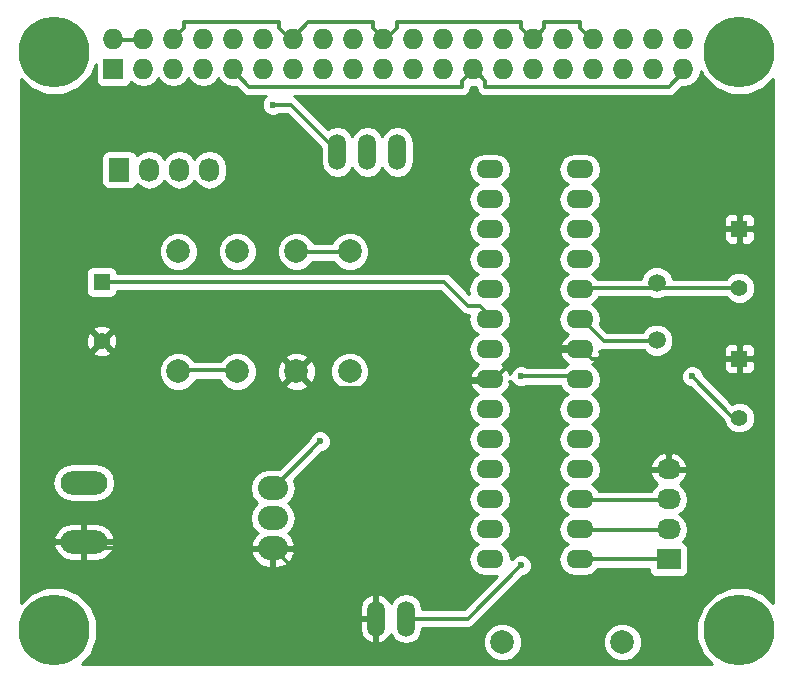
<source format=gbr>
G04 #@! TF.FileFunction,Copper,L2,Bot,Signal*
%FSLAX46Y46*%
G04 Gerber Fmt 4.6, Leading zero omitted, Abs format (unit mm)*
G04 Created by KiCad (PCBNEW (2015-06-30 BZR 5847, Git 785638a)-product) date 2015/07/09 22:16:44*
%MOMM*%
G01*
G04 APERTURE LIST*
%ADD10C,0.100000*%
%ADD11R,1.400000X1.400000*%
%ADD12C,1.400000*%
%ADD13O,2.300000X1.600000*%
%ADD14O,3.962400X1.981200*%
%ADD15R,2.032000X1.727200*%
%ADD16O,2.032000X1.727200*%
%ADD17R,1.727200X2.032000*%
%ADD18O,1.727200X2.032000*%
%ADD19O,1.506220X3.014980*%
%ADD20R,1.727200X1.727200*%
%ADD21O,1.727200X1.727200*%
%ADD22O,2.540000X2.032000*%
%ADD23C,1.998980*%
%ADD24C,1.501140*%
%ADD25C,6.000000*%
%ADD26C,0.600000*%
%ADD27C,0.300000*%
%ADD28C,0.254000*%
G04 APERTURE END LIST*
D10*
D11*
X116000000Y-103000000D03*
D12*
X116000000Y-108000000D03*
D11*
X170000000Y-109500000D03*
D12*
X170000000Y-114500000D03*
D11*
X170000000Y-98500000D03*
D12*
X170000000Y-103500000D03*
D13*
X156500000Y-126500000D03*
X156500000Y-123960000D03*
X156500000Y-121420000D03*
X156500000Y-118880000D03*
X156500000Y-116340000D03*
X156500000Y-113800000D03*
X156500000Y-111260000D03*
X156500000Y-108720000D03*
X156500000Y-106180000D03*
X156500000Y-103640000D03*
X156500000Y-101100000D03*
X156500000Y-98560000D03*
X156500000Y-96020000D03*
X156500000Y-93480000D03*
X148880000Y-93480000D03*
X148880000Y-96020000D03*
X148880000Y-98560000D03*
X148880000Y-101100000D03*
X148880000Y-103640000D03*
X148880000Y-106180000D03*
X148880000Y-108720000D03*
X148880000Y-111260000D03*
X148880000Y-113800000D03*
X148880000Y-116340000D03*
X148880000Y-118880000D03*
X148880000Y-121420000D03*
X148880000Y-123960000D03*
X148880000Y-126500000D03*
D14*
X114500000Y-125000000D03*
X114500000Y-120000000D03*
D15*
X164000000Y-126500000D03*
D16*
X164000000Y-123960000D03*
X164000000Y-121420000D03*
X164000000Y-118880000D03*
D17*
X117500000Y-93500000D03*
D18*
X120040000Y-93500000D03*
X122580000Y-93500000D03*
X125120000Y-93500000D03*
D19*
X135960000Y-92000000D03*
X138500000Y-92000000D03*
X141040000Y-92000000D03*
D20*
X117000000Y-85000000D03*
D21*
X117000000Y-82460000D03*
X119540000Y-85000000D03*
X119540000Y-82460000D03*
X122080000Y-85000000D03*
X122080000Y-82460000D03*
X124620000Y-85000000D03*
X124620000Y-82460000D03*
X127160000Y-85000000D03*
X127160000Y-82460000D03*
X129700000Y-85000000D03*
X129700000Y-82460000D03*
X132240000Y-85000000D03*
X132240000Y-82460000D03*
X134780000Y-85000000D03*
X134780000Y-82460000D03*
X137320000Y-85000000D03*
X137320000Y-82460000D03*
X139860000Y-85000000D03*
X139860000Y-82460000D03*
X142400000Y-85000000D03*
X142400000Y-82460000D03*
X144940000Y-85000000D03*
X144940000Y-82460000D03*
X147480000Y-85000000D03*
X147480000Y-82460000D03*
X150020000Y-85000000D03*
X150020000Y-82460000D03*
X152560000Y-85000000D03*
X152560000Y-82460000D03*
X155100000Y-85000000D03*
X155100000Y-82460000D03*
X157640000Y-85000000D03*
X157640000Y-82460000D03*
X160180000Y-85000000D03*
X160180000Y-82460000D03*
X162720000Y-85000000D03*
X162720000Y-82460000D03*
X165260000Y-85000000D03*
X165260000Y-82460000D03*
D22*
X130500000Y-123000000D03*
X130500000Y-125540000D03*
X130500000Y-120460000D03*
D23*
X149920000Y-133500000D03*
X160080000Y-133500000D03*
X137000000Y-110580000D03*
X137000000Y-100420000D03*
X132500000Y-100420000D03*
X132500000Y-110580000D03*
X122500000Y-110580000D03*
X122500000Y-100420000D03*
X127500000Y-110580000D03*
X127500000Y-100420000D03*
D19*
X141770000Y-131500000D03*
X139230000Y-131500000D03*
D24*
X163000000Y-107940940D03*
X163000000Y-103059060D03*
D25*
X112000000Y-132500000D03*
X170000000Y-132500000D03*
X112000000Y-83500000D03*
X170000000Y-83500000D03*
D26*
X151500000Y-111000000D03*
X166000000Y-111000000D03*
X151500000Y-127000000D03*
X134500000Y-116500000D03*
X130500000Y-88000000D03*
D27*
X148880000Y-106180000D02*
X149000000Y-106000000D01*
X149000000Y-106000000D02*
X148000000Y-105000000D01*
X148000000Y-105000000D02*
X147000000Y-105000000D01*
X147000000Y-105000000D02*
X145000000Y-103000000D01*
X145000000Y-103000000D02*
X116000000Y-103000000D01*
X156500000Y-111260000D02*
X156500000Y-111500000D01*
X156500000Y-111500000D02*
X156000000Y-111000000D01*
X156000000Y-111000000D02*
X151500000Y-111000000D01*
X117000000Y-82460000D02*
X117000000Y-82500000D01*
X117000000Y-82500000D02*
X119500000Y-82500000D01*
X119500000Y-82500000D02*
X119540000Y-82460000D01*
X130500000Y-125540000D02*
X130500000Y-125500000D01*
X130500000Y-125500000D02*
X136500000Y-131500000D01*
X136500000Y-131500000D02*
X139230000Y-131500000D01*
X132500000Y-110580000D02*
X132500000Y-110500000D01*
X132500000Y-110500000D02*
X134000000Y-112000000D01*
X134000000Y-112000000D02*
X138000000Y-112000000D01*
X138000000Y-112000000D02*
X138500000Y-111500000D01*
X138500000Y-111500000D02*
X149000000Y-111500000D01*
X149000000Y-111500000D02*
X148880000Y-111260000D01*
X148880000Y-111260000D02*
X149000000Y-111500000D01*
X149000000Y-111500000D02*
X152000000Y-108500000D01*
X152000000Y-108500000D02*
X156500000Y-108500000D01*
X156500000Y-108500000D02*
X156500000Y-108720000D01*
X114500000Y-125000000D02*
X115000000Y-125500000D01*
X115000000Y-125500000D02*
X130500000Y-125500000D01*
X130500000Y-125500000D02*
X130500000Y-125540000D01*
X156500000Y-108720000D02*
X156500000Y-108500000D01*
X156500000Y-108500000D02*
X157500000Y-109500000D01*
X157500000Y-109500000D02*
X170000000Y-109500000D01*
X166000000Y-111000000D02*
X169500000Y-114500000D01*
X169500000Y-114500000D02*
X170000000Y-114500000D01*
X156500000Y-106180000D02*
X156500000Y-106000000D01*
X156500000Y-106000000D02*
X158500000Y-108000000D01*
X158500000Y-108000000D02*
X163000000Y-108000000D01*
X163000000Y-108000000D02*
X163000000Y-107940940D01*
X163000000Y-103059060D02*
X163000000Y-103000000D01*
X163000000Y-103000000D02*
X163500000Y-103500000D01*
X163500000Y-103500000D02*
X170000000Y-103500000D01*
X163000000Y-103059060D02*
X163000000Y-103000000D01*
X163000000Y-103000000D02*
X162500000Y-103500000D01*
X162500000Y-103500000D02*
X156500000Y-103500000D01*
X156500000Y-103500000D02*
X156500000Y-103640000D01*
X156500000Y-126500000D02*
X164000000Y-126500000D01*
X156500000Y-123960000D02*
X156500000Y-124000000D01*
X156500000Y-124000000D02*
X164000000Y-124000000D01*
X164000000Y-124000000D02*
X164000000Y-123960000D01*
X156500000Y-121420000D02*
X156500000Y-121500000D01*
X156500000Y-121500000D02*
X164000000Y-121500000D01*
X164000000Y-121500000D02*
X164000000Y-121420000D01*
X151500000Y-127000000D02*
X147000000Y-131500000D01*
X147000000Y-131500000D02*
X141770000Y-131500000D01*
X130500000Y-120460000D02*
X130500000Y-120500000D01*
X130500000Y-120500000D02*
X134500000Y-116500000D01*
X122500000Y-110580000D02*
X122500000Y-110500000D01*
X122500000Y-110500000D02*
X127500000Y-110500000D01*
X127500000Y-110500000D02*
X127500000Y-110580000D01*
X147480000Y-85000000D02*
X147500000Y-85000000D01*
X147500000Y-85000000D02*
X146500000Y-86000000D01*
X146500000Y-86000000D02*
X146500000Y-86500000D01*
X146500000Y-86500000D02*
X128500000Y-86500000D01*
X128500000Y-86500000D02*
X127000000Y-85000000D01*
X127000000Y-85000000D02*
X127160000Y-85000000D01*
X165260000Y-85000000D02*
X165500000Y-85000000D01*
X165500000Y-85000000D02*
X164000000Y-86500000D01*
X164000000Y-86500000D02*
X148500000Y-86500000D01*
X148500000Y-86500000D02*
X148500000Y-86000000D01*
X148500000Y-86000000D02*
X147500000Y-85000000D01*
X147500000Y-85000000D02*
X147480000Y-85000000D01*
X135960000Y-92000000D02*
X136000000Y-92000000D01*
X136000000Y-92000000D02*
X132000000Y-88000000D01*
X132000000Y-88000000D02*
X130500000Y-88000000D01*
X152560000Y-82460000D02*
X152500000Y-82500000D01*
X152500000Y-82500000D02*
X151500000Y-81500000D01*
X151500000Y-81500000D02*
X151500000Y-81000000D01*
X151500000Y-81000000D02*
X141000000Y-81000000D01*
X141000000Y-81000000D02*
X141000000Y-81500000D01*
X141000000Y-81500000D02*
X140000000Y-82500000D01*
X140000000Y-82500000D02*
X139860000Y-82460000D01*
X132240000Y-82460000D02*
X132000000Y-82500000D01*
X132000000Y-82500000D02*
X131000000Y-81500000D01*
X131000000Y-81500000D02*
X131000000Y-81000000D01*
X131000000Y-81000000D02*
X123000000Y-81000000D01*
X123000000Y-81000000D02*
X123000000Y-81500000D01*
X123000000Y-81500000D02*
X122000000Y-82500000D01*
X122000000Y-82500000D02*
X122080000Y-82460000D01*
X139860000Y-82460000D02*
X140000000Y-82500000D01*
X140000000Y-82500000D02*
X139000000Y-81500000D01*
X139000000Y-81500000D02*
X139000000Y-81000000D01*
X139000000Y-81000000D02*
X133500000Y-81000000D01*
X133500000Y-81000000D02*
X132000000Y-82500000D01*
X132000000Y-82500000D02*
X132240000Y-82460000D01*
X152560000Y-82460000D02*
X152500000Y-82500000D01*
X152500000Y-82500000D02*
X153500000Y-81500000D01*
X153500000Y-81500000D02*
X153500000Y-81000000D01*
X153500000Y-81000000D02*
X156500000Y-81000000D01*
X156500000Y-81000000D02*
X156500000Y-81500000D01*
X156500000Y-81500000D02*
X157500000Y-82500000D01*
X157500000Y-82500000D02*
X157640000Y-82460000D01*
X132500000Y-100420000D02*
X132500000Y-100500000D01*
X132500000Y-100500000D02*
X137000000Y-100500000D01*
X137000000Y-100500000D02*
X137000000Y-100420000D01*
D28*
G36*
X115488960Y-85863600D02*
X115535937Y-86105723D01*
X115675727Y-86318527D01*
X115886760Y-86460977D01*
X116136400Y-86511040D01*
X117863600Y-86511040D01*
X118105723Y-86464063D01*
X118318527Y-86324273D01*
X118460977Y-86113240D01*
X118469179Y-86072340D01*
X118480330Y-86089029D01*
X118966511Y-86413885D01*
X119540000Y-86527959D01*
X120113489Y-86413885D01*
X120599670Y-86089029D01*
X120810000Y-85774248D01*
X121020330Y-86089029D01*
X121506511Y-86413885D01*
X122080000Y-86527959D01*
X122653489Y-86413885D01*
X123139670Y-86089029D01*
X123350000Y-85774248D01*
X123560330Y-86089029D01*
X124046511Y-86413885D01*
X124620000Y-86527959D01*
X125193489Y-86413885D01*
X125679670Y-86089029D01*
X125890000Y-85774248D01*
X126100330Y-86089029D01*
X126586511Y-86413885D01*
X127160000Y-86527959D01*
X127375029Y-86485187D01*
X127944921Y-87055079D01*
X128199593Y-87225245D01*
X128500000Y-87285000D01*
X129892804Y-87285000D01*
X129707808Y-87469673D01*
X129565162Y-87813201D01*
X129564838Y-88185167D01*
X129706883Y-88528943D01*
X129969673Y-88792192D01*
X130313201Y-88934838D01*
X130685167Y-88935162D01*
X131028943Y-88793117D01*
X131037074Y-88785000D01*
X131674842Y-88785000D01*
X134571890Y-91682048D01*
X134571890Y-92796354D01*
X134677554Y-93327561D01*
X134978458Y-93777896D01*
X135428793Y-94078800D01*
X135960000Y-94184464D01*
X136491207Y-94078800D01*
X136941542Y-93777896D01*
X137230000Y-93346188D01*
X137518458Y-93777896D01*
X137968793Y-94078800D01*
X138500000Y-94184464D01*
X139031207Y-94078800D01*
X139481542Y-93777896D01*
X139770000Y-93346188D01*
X140058458Y-93777896D01*
X140508793Y-94078800D01*
X141040000Y-94184464D01*
X141571207Y-94078800D01*
X142021542Y-93777896D01*
X142322446Y-93327561D01*
X142428110Y-92796354D01*
X142428110Y-91203646D01*
X142322446Y-90672439D01*
X142021542Y-90222104D01*
X141571207Y-89921200D01*
X141040000Y-89815536D01*
X140508793Y-89921200D01*
X140058458Y-90222104D01*
X139770000Y-90653812D01*
X139481542Y-90222104D01*
X139031207Y-89921200D01*
X138500000Y-89815536D01*
X137968793Y-89921200D01*
X137518458Y-90222104D01*
X137230000Y-90653812D01*
X136941542Y-90222104D01*
X136491207Y-89921200D01*
X135960000Y-89815536D01*
X135428793Y-89921200D01*
X135190548Y-90080390D01*
X132555079Y-87444921D01*
X132315740Y-87285000D01*
X146500000Y-87285000D01*
X146800406Y-87225245D01*
X147055079Y-87055079D01*
X147225245Y-86800406D01*
X147285000Y-86500000D01*
X147285000Y-86489171D01*
X147480000Y-86527959D01*
X147715000Y-86481215D01*
X147715000Y-86500000D01*
X147774755Y-86800406D01*
X147944921Y-87055079D01*
X148199594Y-87225245D01*
X148500000Y-87285000D01*
X164000000Y-87285000D01*
X164300407Y-87225245D01*
X164555079Y-87055079D01*
X165111698Y-86498460D01*
X165260000Y-86527959D01*
X165833489Y-86413885D01*
X166319670Y-86089029D01*
X166644526Y-85602848D01*
X166739181Y-85126985D01*
X166916600Y-85556372D01*
X167938249Y-86579806D01*
X169273782Y-87134368D01*
X170719874Y-87135630D01*
X172056372Y-86583400D01*
X172815000Y-85826095D01*
X172815000Y-130174759D01*
X172061751Y-129420194D01*
X170726218Y-128865632D01*
X169280126Y-128864370D01*
X167943628Y-129416600D01*
X166920194Y-130438249D01*
X166365632Y-131773782D01*
X166364370Y-133219874D01*
X166916600Y-134556372D01*
X167673905Y-135315000D01*
X114325241Y-135315000D01*
X115079806Y-134561751D01*
X115386274Y-133823694D01*
X148285226Y-133823694D01*
X148533538Y-134424655D01*
X148992927Y-134884846D01*
X149593453Y-135134206D01*
X150243694Y-135134774D01*
X150844655Y-134886462D01*
X151304846Y-134427073D01*
X151554206Y-133826547D01*
X151554774Y-133176306D01*
X151306462Y-132575345D01*
X150847073Y-132115154D01*
X150843182Y-132113538D01*
X159155345Y-132113538D01*
X150843182Y-132113538D01*
X150843182Y-132113538D01*
X159155345Y-132113538D01*
X158695154Y-132572927D01*
X158445794Y-133173453D01*
X158445226Y-133823694D01*
X158693538Y-134424655D01*
X159152927Y-134884846D01*
X159753453Y-135134206D01*
X160403694Y-135134774D01*
X161004655Y-134886462D01*
X161464846Y-134427073D01*
X161714206Y-133826547D01*
X161714774Y-133176306D01*
X161466462Y-132575345D01*
X161007073Y-132115154D01*
X160406547Y-131865794D01*
X159756306Y-131865226D01*
X159155345Y-132113538D01*
X150843182Y-132113538D01*
X150246547Y-131865794D01*
X149596306Y-131865226D01*
X148995345Y-132113538D01*
X147467588Y-132113538D01*
X147555079Y-132055079D01*
X151675005Y-127935153D01*
X151685167Y-127935162D01*
X152028943Y-127793117D01*
X152292192Y-127530327D01*
X152434838Y-127186799D01*
X152435162Y-126814833D01*
X152293117Y-126471057D01*
X152030327Y-126207808D01*
X151686799Y-126065162D01*
X151314833Y-126064838D01*
X150971057Y-126206883D01*
X150707808Y-126469673D01*
X150698430Y-126492258D01*
X150590737Y-125950849D01*
X150279668Y-125485302D01*
X149897582Y-125230000D01*
X150279668Y-124974698D01*
X150590737Y-124509151D01*
X150699970Y-123960000D01*
X150590737Y-123410849D01*
X150279668Y-122945302D01*
X149897582Y-122690000D01*
X150279668Y-122434698D01*
X150590737Y-121969151D01*
X150699970Y-121420000D01*
X150590737Y-120870849D01*
X150279668Y-120405302D01*
X149897582Y-120150000D01*
X150279668Y-119894698D01*
X150590737Y-119429151D01*
X150699970Y-118880000D01*
X150590737Y-118330849D01*
X150279668Y-117865302D01*
X149897582Y-117610000D01*
X150279668Y-117354698D01*
X150590737Y-116889151D01*
X150699970Y-116340000D01*
X150590737Y-115790849D01*
X150279668Y-115325302D01*
X149897582Y-115070000D01*
X150279668Y-114814698D01*
X150590737Y-114349151D01*
X150699970Y-113800000D01*
X150590737Y-113250849D01*
X150279668Y-112785302D01*
X149901849Y-112532851D01*
X150334500Y-112184896D01*
X150604367Y-111691819D01*
X150621904Y-111609039D01*
X150499916Y-111387002D01*
X150648234Y-111387002D01*
X150706883Y-111528943D01*
X150969673Y-111792192D01*
X151313201Y-111934838D01*
X151685167Y-111935162D01*
X152028943Y-111793117D01*
X152037074Y-111785000D01*
X154784459Y-111785000D01*
X154789263Y-111809151D01*
X155100332Y-112274698D01*
X155482418Y-112530000D01*
X155100332Y-112785302D01*
X154789263Y-113250849D01*
X154680030Y-113800000D01*
X154789263Y-114349151D01*
X155100332Y-114814698D01*
X155482418Y-115070000D01*
X155100332Y-115325302D01*
X154789263Y-115790849D01*
X154680030Y-116340000D01*
X154789263Y-116889151D01*
X155100332Y-117354698D01*
X155482418Y-117610000D01*
X155100332Y-117865302D01*
X154789263Y-118330849D01*
X154680030Y-118880000D01*
X154789263Y-119429151D01*
X155100332Y-119894698D01*
X155482418Y-120150000D01*
X155100332Y-120405302D01*
X154789263Y-120870849D01*
X154680030Y-121420000D01*
X154789263Y-121969151D01*
X155100332Y-122434698D01*
X155482418Y-122690000D01*
X155100332Y-122945302D01*
X154789263Y-123410849D01*
X154680030Y-123960000D01*
X154789263Y-124509151D01*
X155100332Y-124974698D01*
X155482418Y-125230000D01*
X155100332Y-125485302D01*
X154789263Y-125950849D01*
X154680030Y-126500000D01*
X154789263Y-127049151D01*
X155100332Y-127514698D01*
X155565879Y-127825767D01*
X156115030Y-127935000D01*
X156884970Y-127935000D01*
X157434121Y-127825767D01*
X157899668Y-127514698D01*
X158053148Y-127285000D01*
X162336560Y-127285000D01*
X162336560Y-127363600D01*
X162383537Y-127605723D01*
X162523327Y-127818527D01*
X162734360Y-127960977D01*
X162984000Y-128011040D01*
X165016000Y-128011040D01*
X165258123Y-127964063D01*
X165470927Y-127824273D01*
X165613377Y-127613240D01*
X165663440Y-127363600D01*
X165663440Y-125636400D01*
X165616463Y-125394277D01*
X165476673Y-125181473D01*
X165265640Y-125039023D01*
X165227037Y-125031282D01*
X165244415Y-125019670D01*
X165569271Y-124533489D01*
X165683345Y-123960000D01*
X165569271Y-123386511D01*
X165244415Y-122900330D01*
X164929634Y-122690000D01*
X165244415Y-122479670D01*
X165569271Y-121993489D01*
X165683345Y-121420000D01*
X165569271Y-120846511D01*
X165244415Y-120360330D01*
X164934931Y-120153539D01*
X165350732Y-119782036D01*
X165604709Y-119254791D01*
X165607358Y-119239026D01*
X165486217Y-119007000D01*
X164127000Y-119007000D01*
X164127000Y-119027000D01*
X163873000Y-119027000D01*
X163873000Y-119007000D01*
X162513783Y-119007000D01*
X162392642Y-119239026D01*
X162395291Y-119254791D01*
X162649268Y-119782036D01*
X163065069Y-120153539D01*
X162755585Y-120360330D01*
X162518602Y-120715000D01*
X158106602Y-120715000D01*
X157899668Y-120405302D01*
X157517582Y-120150000D01*
X157899668Y-119894698D01*
X158210737Y-119429151D01*
X158319970Y-118880000D01*
X158210737Y-118330849D01*
X157899668Y-117865302D01*
X157517582Y-117610000D01*
X157550438Y-117588046D01*
X163085680Y-117588046D01*
X162649268Y-117977964D01*
X162395291Y-118505209D01*
X162392642Y-118520974D01*
X162513783Y-118753000D01*
X163873000Y-118753000D01*
X163873000Y-117539076D01*
X164127000Y-117539076D01*
X163873000Y-117539076D01*
X163873000Y-117539076D01*
X164127000Y-117539076D01*
X164127000Y-118753000D01*
X165486217Y-118753000D01*
X165607358Y-118520974D01*
X165604709Y-118505209D01*
X165350732Y-117977964D01*
X164914320Y-117588046D01*
X164361913Y-117394816D01*
X164127000Y-117539076D01*
X163873000Y-117539076D01*
X163873000Y-117539076D01*
X163638087Y-117394816D01*
X163085680Y-117588046D01*
X157550438Y-117588046D01*
X157899668Y-117354698D01*
X158210737Y-116889151D01*
X158319970Y-116340000D01*
X158210737Y-115790849D01*
X157899668Y-115325302D01*
X157517582Y-115070000D01*
X157899668Y-114814698D01*
X158210737Y-114349151D01*
X158319970Y-113800000D01*
X158210737Y-113250849D01*
X157899668Y-112785302D01*
X157517582Y-112530000D01*
X157899668Y-112274698D01*
X158210737Y-111809151D01*
X158319970Y-111260000D01*
X158210737Y-110710849D01*
X157899668Y-110245302D01*
X157842170Y-110206883D01*
X165471057Y-110206883D01*
X165207808Y-110469673D01*
X165065162Y-110813201D01*
X165064838Y-111185167D01*
X165206883Y-111528943D01*
X165469673Y-111792192D01*
X165813201Y-111934838D01*
X165824690Y-111934848D01*
X168672193Y-114782350D01*
X168867582Y-115255229D01*
X169242796Y-115631098D01*
X169733287Y-115834768D01*
X170264383Y-115835231D01*
X170755229Y-115632418D01*
X171131098Y-115257204D01*
X171334768Y-114766713D01*
X171335231Y-114235617D01*
X171132418Y-113744771D01*
X170757204Y-113368902D01*
X170266713Y-113165232D01*
X169735617Y-113164769D01*
X169409624Y-113299466D01*
X166935153Y-110824995D01*
X166935162Y-110814833D01*
X166793117Y-110471057D01*
X166530327Y-110207808D01*
X166186799Y-110065162D01*
X165814833Y-110064838D01*
X165471057Y-110206883D01*
X157842170Y-110206883D01*
X157521849Y-109992851D01*
X157954500Y-109644896D01*
X157964294Y-109627000D01*
X168823750Y-109627000D01*
X168665000Y-109785750D01*
X168665000Y-110326309D01*
X168761673Y-110559698D01*
X168940301Y-110738327D01*
X169173690Y-110835000D01*
X169714250Y-110835000D01*
X169873000Y-110676250D01*
X169873000Y-109627000D01*
X170127000Y-109627000D01*
X170127000Y-110676250D01*
X170285750Y-110835000D01*
X170826310Y-110835000D01*
X171059699Y-110738327D01*
X171238327Y-110559698D01*
X171335000Y-110326309D01*
X171335000Y-109785750D01*
X171176250Y-109627000D01*
X170127000Y-109627000D01*
X169873000Y-109627000D01*
X169873000Y-109627000D01*
X168823750Y-109627000D01*
X157964294Y-109627000D01*
X158224367Y-109151819D01*
X158241904Y-109069039D01*
X158119916Y-108847002D01*
X158285000Y-108847002D01*
X158285000Y-108742234D01*
X158500000Y-108785000D01*
X161884804Y-108785000D01*
X162214113Y-109114884D01*
X162723184Y-109326269D01*
X163274398Y-109326750D01*
X163783837Y-109116254D01*
X164173944Y-108726827D01*
X164385329Y-108217756D01*
X164385375Y-108165000D01*
X169173690Y-108165000D01*
X168940301Y-108261673D01*
X168761673Y-108440302D01*
X168665000Y-108673691D01*
X168665000Y-109214250D01*
X168823750Y-109373000D01*
X169873000Y-109373000D01*
X169873000Y-108323750D01*
X169714250Y-108165000D01*
X170285750Y-108165000D01*
X169714250Y-108165000D01*
X169714250Y-108165000D01*
X170285750Y-108165000D01*
X170127000Y-108323750D01*
X170127000Y-109373000D01*
X171176250Y-109373000D01*
X171335000Y-109214250D01*
X171335000Y-108673691D01*
X171238327Y-108440302D01*
X171059699Y-108261673D01*
X170826310Y-108165000D01*
X170285750Y-108165000D01*
X169714250Y-108165000D01*
X169714250Y-108165000D01*
X169173690Y-108165000D01*
X164385375Y-108165000D01*
X164385810Y-107666542D01*
X164175314Y-107157103D01*
X163785887Y-106766996D01*
X163276816Y-106555611D01*
X162725602Y-106555130D01*
X162216163Y-106765626D01*
X161826056Y-107155053D01*
X161801164Y-107215000D01*
X158825158Y-107215000D01*
X158232068Y-106621910D01*
X158319970Y-106180000D01*
X158210737Y-105630849D01*
X157899668Y-105165302D01*
X157517582Y-104910000D01*
X157899668Y-104654698D01*
X158146693Y-104285000D01*
X162339333Y-104285000D01*
X162723184Y-104444389D01*
X163274398Y-104444870D01*
X163661313Y-104285000D01*
X168897301Y-104285000D01*
X169242796Y-104631098D01*
X169733287Y-104834768D01*
X170264383Y-104835231D01*
X170755229Y-104632418D01*
X171131098Y-104257204D01*
X171334768Y-103766713D01*
X171335231Y-103235617D01*
X171132418Y-102744771D01*
X170757204Y-102368902D01*
X170266713Y-102165232D01*
X169735617Y-102164769D01*
X169244771Y-102367582D01*
X168896747Y-102715000D01*
X164357026Y-102715000D01*
X164175314Y-102275223D01*
X163785887Y-101885116D01*
X163276816Y-101673731D01*
X162725602Y-101673250D01*
X162216163Y-101883746D01*
X161826056Y-102273173D01*
X161642593Y-102715000D01*
X157959602Y-102715000D01*
X157899668Y-102625302D01*
X157517582Y-102370000D01*
X157899668Y-102114698D01*
X158210737Y-101649151D01*
X158319970Y-101100000D01*
X158210737Y-100550849D01*
X157899668Y-100085302D01*
X157517582Y-99830000D01*
X157899668Y-99574698D01*
X158210737Y-99109151D01*
X158306642Y-98627000D01*
X168823750Y-98627000D01*
X168665000Y-98785750D01*
X168665000Y-99326309D01*
X168761673Y-99559698D01*
X168940301Y-99738327D01*
X169173690Y-99835000D01*
X169714250Y-99835000D01*
X169873000Y-99676250D01*
X169873000Y-98627000D01*
X170127000Y-98627000D01*
X170127000Y-99676250D01*
X170285750Y-99835000D01*
X170826310Y-99835000D01*
X171059699Y-99738327D01*
X171238327Y-99559698D01*
X171335000Y-99326309D01*
X171335000Y-98785750D01*
X171176250Y-98627000D01*
X170127000Y-98627000D01*
X169873000Y-98627000D01*
X169873000Y-98627000D01*
X168823750Y-98627000D01*
X158306642Y-98627000D01*
X158319970Y-98560000D01*
X158210737Y-98010849D01*
X157899668Y-97545302D01*
X157517582Y-97290000D01*
X157704657Y-97165000D01*
X169173690Y-97165000D01*
X168940301Y-97261673D01*
X168761673Y-97440302D01*
X168665000Y-97673691D01*
X168665000Y-98214250D01*
X168823750Y-98373000D01*
X169873000Y-98373000D01*
X169873000Y-97323750D01*
X169714250Y-97165000D01*
X170285750Y-97165000D01*
X169714250Y-97165000D01*
X169714250Y-97165000D01*
X170285750Y-97165000D01*
X170127000Y-97323750D01*
X170127000Y-98373000D01*
X171176250Y-98373000D01*
X171335000Y-98214250D01*
X171335000Y-97673691D01*
X171238327Y-97440302D01*
X171059699Y-97261673D01*
X170826310Y-97165000D01*
X170285750Y-97165000D01*
X169714250Y-97165000D01*
X169714250Y-97165000D01*
X169173690Y-97165000D01*
X157704657Y-97165000D01*
X157899668Y-97034698D01*
X158210737Y-96569151D01*
X158319970Y-96020000D01*
X158210737Y-95470849D01*
X157899668Y-95005302D01*
X157517582Y-94750000D01*
X157899668Y-94494698D01*
X158210737Y-94029151D01*
X158319970Y-93480000D01*
X158210737Y-92930849D01*
X157899668Y-92465302D01*
X157434121Y-92154233D01*
X156884970Y-92045000D01*
X156115030Y-92045000D01*
X155565879Y-92154233D01*
X155100332Y-92465302D01*
X154789263Y-92930849D01*
X154680030Y-93480000D01*
X154789263Y-94029151D01*
X155100332Y-94494698D01*
X155482418Y-94750000D01*
X155100332Y-95005302D01*
X154789263Y-95470849D01*
X154680030Y-96020000D01*
X154789263Y-96569151D01*
X155100332Y-97034698D01*
X155482418Y-97290000D01*
X155100332Y-97545302D01*
X154789263Y-98010849D01*
X154680030Y-98560000D01*
X154789263Y-99109151D01*
X155100332Y-99574698D01*
X155482418Y-99830000D01*
X155100332Y-100085302D01*
X154789263Y-100550849D01*
X154680030Y-101100000D01*
X154789263Y-101649151D01*
X155100332Y-102114698D01*
X155482418Y-102370000D01*
X155100332Y-102625302D01*
X154789263Y-103090849D01*
X154680030Y-103640000D01*
X154789263Y-104189151D01*
X155100332Y-104654698D01*
X155482418Y-104910000D01*
X155100332Y-105165302D01*
X154789263Y-105630849D01*
X154680030Y-106180000D01*
X154789263Y-106729151D01*
X155100332Y-107194698D01*
X155478151Y-107447149D01*
X155045500Y-107795104D01*
X154775633Y-108288181D01*
X154758096Y-108370961D01*
X154880085Y-108593000D01*
X156373000Y-108593000D01*
X156373000Y-108573000D01*
X156627000Y-108573000D01*
X156627000Y-108593000D01*
X156647000Y-108593000D01*
X156647000Y-108847000D01*
X156627000Y-108847000D01*
X156627000Y-108867000D01*
X156373000Y-108867000D01*
X156373000Y-108847000D01*
X154880085Y-108847000D01*
X154758096Y-109069039D01*
X154775633Y-109151819D01*
X155045500Y-109644896D01*
X155478151Y-109992851D01*
X155145682Y-110215000D01*
X152037506Y-110215000D01*
X152030327Y-110207808D01*
X151686799Y-110065162D01*
X151314833Y-110064838D01*
X150971057Y-110206883D01*
X150707808Y-110469673D01*
X150578538Y-110780988D01*
X150334500Y-110335104D01*
X149901849Y-109987149D01*
X150279668Y-109734698D01*
X150590737Y-109269151D01*
X150699970Y-108720000D01*
X150590737Y-108170849D01*
X150279668Y-107705302D01*
X149897582Y-107450000D01*
X150279668Y-107194698D01*
X150590737Y-106729151D01*
X150699970Y-106180000D01*
X150590737Y-105630849D01*
X150279668Y-105165302D01*
X149897582Y-104910000D01*
X150279668Y-104654698D01*
X150590737Y-104189151D01*
X150699970Y-103640000D01*
X150590737Y-103090849D01*
X150279668Y-102625302D01*
X149897582Y-102370000D01*
X150279668Y-102114698D01*
X150590737Y-101649151D01*
X150699970Y-101100000D01*
X150590737Y-100550849D01*
X150279668Y-100085302D01*
X149897582Y-99830000D01*
X150279668Y-99574698D01*
X150590737Y-99109151D01*
X150699970Y-98560000D01*
X150590737Y-98010849D01*
X150279668Y-97545302D01*
X149897582Y-97290000D01*
X150279668Y-97034698D01*
X150590737Y-96569151D01*
X150699970Y-96020000D01*
X150590737Y-95470849D01*
X150279668Y-95005302D01*
X149897582Y-94750000D01*
X150279668Y-94494698D01*
X150590737Y-94029151D01*
X150699970Y-93480000D01*
X150590737Y-92930849D01*
X150279668Y-92465302D01*
X149814121Y-92154233D01*
X149264970Y-92045000D01*
X148495030Y-92045000D01*
X147945879Y-92154233D01*
X147480332Y-92465302D01*
X147169263Y-92930849D01*
X147060030Y-93480000D01*
X147169263Y-94029151D01*
X147480332Y-94494698D01*
X147862418Y-94750000D01*
X147480332Y-95005302D01*
X147169263Y-95470849D01*
X147060030Y-96020000D01*
X147169263Y-96569151D01*
X147480332Y-97034698D01*
X147862418Y-97290000D01*
X147480332Y-97545302D01*
X147169263Y-98010849D01*
X147060030Y-98560000D01*
X147169263Y-99109151D01*
X147480332Y-99574698D01*
X147862418Y-99830000D01*
X147480332Y-100085302D01*
X147169263Y-100550849D01*
X147060030Y-101100000D01*
X147169263Y-101649151D01*
X147480332Y-102114698D01*
X147862418Y-102370000D01*
X147480332Y-102625302D01*
X147169263Y-103090849D01*
X147060030Y-103640000D01*
X147136972Y-104026814D01*
X145555079Y-102444921D01*
X145300407Y-102274755D01*
X145000000Y-102215000D01*
X117330948Y-102215000D01*
X117300463Y-102057877D01*
X117160673Y-101845073D01*
X116949640Y-101702623D01*
X116700000Y-101652560D01*
X115300000Y-101652560D01*
X115057877Y-101699537D01*
X114845073Y-101839327D01*
X114702623Y-102050360D01*
X114652560Y-102300000D01*
X114652560Y-103700000D01*
X114699537Y-103942123D01*
X114839327Y-104154927D01*
X115050360Y-104297377D01*
X115300000Y-104347440D01*
X116700000Y-104347440D01*
X116942123Y-104300463D01*
X117154927Y-104160673D01*
X117297377Y-103949640D01*
X117330394Y-103785000D01*
X144674842Y-103785000D01*
X146444921Y-105555079D01*
X146699593Y-105725245D01*
X147000000Y-105785000D01*
X147138600Y-105785000D01*
X147060030Y-106180000D01*
X147169263Y-106729151D01*
X147480332Y-107194698D01*
X147862418Y-107450000D01*
X147480332Y-107705302D01*
X147169263Y-108170849D01*
X147060030Y-108720000D01*
X147169263Y-109269151D01*
X147480332Y-109734698D01*
X147858151Y-109987149D01*
X147425500Y-110335104D01*
X147155633Y-110828181D01*
X147138096Y-110910961D01*
X147260085Y-111133000D01*
X148753000Y-111133000D01*
X148753000Y-111113000D01*
X149007000Y-111113000D01*
X149007000Y-111133000D01*
X149027000Y-111133000D01*
X149027000Y-111387000D01*
X149007000Y-111387000D01*
X149007000Y-111407000D01*
X148753000Y-111407000D01*
X148753000Y-111387000D01*
X147260085Y-111387000D01*
X147138096Y-111609039D01*
X147155633Y-111691819D01*
X147425500Y-112184896D01*
X147858151Y-112532851D01*
X147480332Y-112785302D01*
X147169263Y-113250849D01*
X147060030Y-113800000D01*
X147169263Y-114349151D01*
X147480332Y-114814698D01*
X147862418Y-115070000D01*
X147480332Y-115325302D01*
X147169263Y-115790849D01*
X147060030Y-116340000D01*
X147169263Y-116889151D01*
X147480332Y-117354698D01*
X147862418Y-117610000D01*
X147480332Y-117865302D01*
X147169263Y-118330849D01*
X147060030Y-118880000D01*
X147169263Y-119429151D01*
X147480332Y-119894698D01*
X147862418Y-120150000D01*
X147480332Y-120405302D01*
X147169263Y-120870849D01*
X147060030Y-121420000D01*
X147169263Y-121969151D01*
X147480332Y-122434698D01*
X147862418Y-122690000D01*
X147480332Y-122945302D01*
X147169263Y-123410849D01*
X147060030Y-123960000D01*
X147169263Y-124509151D01*
X147480332Y-124974698D01*
X147862418Y-125230000D01*
X147480332Y-125485302D01*
X147169263Y-125950849D01*
X147060030Y-126500000D01*
X147169263Y-127049151D01*
X147480332Y-127514698D01*
X147945879Y-127825767D01*
X148495030Y-127935000D01*
X149264970Y-127935000D01*
X149501988Y-127887854D01*
X146674842Y-130715000D01*
X143158110Y-130715000D01*
X143158110Y-130703646D01*
X143052446Y-130172439D01*
X142751542Y-129722104D01*
X142301207Y-129421200D01*
X141770000Y-129315536D01*
X141238793Y-129421200D01*
X140788458Y-129722104D01*
X140487554Y-130172439D01*
X140486984Y-130175306D01*
X140463846Y-130097081D01*
X140121740Y-129674276D01*
X139643875Y-129414573D01*
X139571674Y-129400217D01*
X139357000Y-129522838D01*
X139357000Y-131373000D01*
X139377000Y-131373000D01*
X139377000Y-131627000D01*
X139357000Y-131627000D01*
X139357000Y-133477162D01*
X139571674Y-133599783D01*
X139643875Y-133585427D01*
X140121740Y-133325724D01*
X140463846Y-132902919D01*
X140486984Y-132824694D01*
X140487554Y-132827561D01*
X140788458Y-133277896D01*
X141238793Y-133578800D01*
X141770000Y-133684464D01*
X142301207Y-133578800D01*
X142751542Y-133277896D01*
X143052446Y-132827561D01*
X143158110Y-132296354D01*
X143158110Y-132285000D01*
X147000000Y-132285000D01*
X147300407Y-132225245D01*
X147467588Y-132113538D01*
X148995345Y-132113538D01*
X147467588Y-132113538D01*
X147467588Y-132113538D01*
X148995345Y-132113538D01*
X148535154Y-132572927D01*
X148285794Y-133173453D01*
X148285226Y-133823694D01*
X115386274Y-133823694D01*
X115634368Y-133226218D01*
X115635630Y-131780126D01*
X115572360Y-131627000D01*
X137841890Y-131627000D01*
X137841890Y-132381380D01*
X137996154Y-132902919D01*
X138338260Y-133325724D01*
X138816125Y-133585427D01*
X138888326Y-133599783D01*
X139103000Y-133477162D01*
X139103000Y-131627000D01*
X137841890Y-131627000D01*
X115572360Y-131627000D01*
X115083400Y-130443628D01*
X114061751Y-129420194D01*
X114048215Y-129414573D01*
X138816125Y-129414573D01*
X138338260Y-129674276D01*
X137996154Y-130097081D01*
X137841890Y-130618620D01*
X137841890Y-131373000D01*
X139103000Y-131373000D01*
X139103000Y-129522838D01*
X138888326Y-129400217D01*
X138816125Y-129414573D01*
X114048215Y-129414573D01*
X112726218Y-128865632D01*
X111280126Y-128864370D01*
X109943628Y-129416600D01*
X109185000Y-130173905D01*
X109185000Y-127016724D01*
X129496857Y-127016724D01*
X130119000Y-127191000D01*
X130373000Y-127191000D01*
X130373000Y-125667000D01*
X130627000Y-125667000D01*
X130373000Y-125667000D01*
X130373000Y-125667000D01*
X130627000Y-125667000D01*
X130627000Y-127191000D01*
X130881000Y-127191000D01*
X131503143Y-127016724D01*
X132011236Y-126617630D01*
X132327926Y-126054477D01*
X132359975Y-125922944D01*
X132240836Y-125667000D01*
X130627000Y-125667000D01*
X130373000Y-125667000D01*
X130373000Y-125667000D01*
X128759164Y-125667000D01*
X116950077Y-125667000D01*
X117041060Y-125504757D01*
X117071411Y-125378959D01*
X116951942Y-125127000D01*
X114627000Y-125127000D01*
X114627000Y-126625600D01*
X115617600Y-126625600D01*
X116230023Y-126453258D01*
X116729876Y-126059670D01*
X116950077Y-125667000D01*
X128759164Y-125667000D01*
X116950077Y-125667000D01*
X116950077Y-125667000D01*
X128759164Y-125667000D01*
X128640025Y-125922944D01*
X128672074Y-126054477D01*
X128988764Y-126617630D01*
X129496857Y-127016724D01*
X109185000Y-127016724D01*
X109185000Y-125127000D01*
X112048058Y-125127000D01*
X111928589Y-125378959D01*
X111958940Y-125504757D01*
X112270124Y-126059670D01*
X112769977Y-126453258D01*
X113382400Y-126625600D01*
X114373000Y-126625600D01*
X114373000Y-125127000D01*
X112048058Y-125127000D01*
X109185000Y-125127000D01*
X109185000Y-123374400D01*
X113382400Y-123374400D01*
X112769977Y-123546742D01*
X112270124Y-123940330D01*
X111958940Y-124495243D01*
X111928589Y-124621041D01*
X112048058Y-124873000D01*
X114373000Y-124873000D01*
X114373000Y-123374400D01*
X114627000Y-123374400D01*
X114373000Y-123374400D01*
X114373000Y-123374400D01*
X114627000Y-123374400D01*
X114627000Y-124873000D01*
X116951942Y-124873000D01*
X117071411Y-124621041D01*
X117041060Y-124495243D01*
X116729876Y-123940330D01*
X116230023Y-123546742D01*
X115617600Y-123374400D01*
X114627000Y-123374400D01*
X114373000Y-123374400D01*
X114373000Y-123374400D01*
X113382400Y-123374400D01*
X109185000Y-123374400D01*
X109185000Y-118374400D01*
X113458146Y-118374400D01*
X112836056Y-118498141D01*
X112308673Y-118850527D01*
X111956287Y-119377910D01*
X111832546Y-120000000D01*
X111956287Y-120622090D01*
X112308673Y-121149473D01*
X112836056Y-121501859D01*
X113458146Y-121625600D01*
X115541854Y-121625600D01*
X116163944Y-121501859D01*
X116691327Y-121149473D01*
X117043713Y-120622090D01*
X117167454Y-120000000D01*
X117043713Y-119377910D01*
X116691327Y-118850527D01*
X116163944Y-118498141D01*
X115541854Y-118374400D01*
X113458146Y-118374400D01*
X109185000Y-118374400D01*
X109185000Y-115706883D01*
X133971057Y-115706883D01*
X133707808Y-115969673D01*
X133565162Y-116313201D01*
X133565152Y-116324690D01*
X131032807Y-118857035D01*
X130791321Y-118809000D01*
X130208679Y-118809000D01*
X129576869Y-118934675D01*
X129041246Y-119292567D01*
X128683354Y-119828190D01*
X128557679Y-120460000D01*
X128683354Y-121091810D01*
X129041246Y-121627433D01*
X129194748Y-121730000D01*
X129041246Y-121832567D01*
X128683354Y-122368190D01*
X128557679Y-123000000D01*
X128683354Y-123631810D01*
X129041246Y-124167433D01*
X129215781Y-124284054D01*
X128988764Y-124462370D01*
X128672074Y-125025523D01*
X128640025Y-125157056D01*
X128759164Y-125413000D01*
X130373000Y-125413000D01*
X130373000Y-125393000D01*
X130627000Y-125393000D01*
X130627000Y-125413000D01*
X132240836Y-125413000D01*
X132359975Y-125157056D01*
X132327926Y-125025523D01*
X132011236Y-124462370D01*
X131784219Y-124284054D01*
X131958754Y-124167433D01*
X132316646Y-123631810D01*
X132442321Y-123000000D01*
X132316646Y-122368190D01*
X131958754Y-121832567D01*
X131805252Y-121730000D01*
X131958754Y-121627433D01*
X132316646Y-121091810D01*
X132442321Y-120460000D01*
X132316646Y-119828190D01*
X132302756Y-119807402D01*
X134675005Y-117435153D01*
X134685167Y-117435162D01*
X135028943Y-117293117D01*
X135292192Y-117030327D01*
X135434838Y-116686799D01*
X135435162Y-116314833D01*
X135293117Y-115971057D01*
X135030327Y-115707808D01*
X134686799Y-115565162D01*
X134314833Y-115564838D01*
X133971057Y-115706883D01*
X109185000Y-115706883D01*
X109185000Y-112225401D01*
X132235582Y-112225401D01*
X132885377Y-112201341D01*
X133373958Y-111998965D01*
X133386566Y-111964846D01*
X136072927Y-111964846D01*
X136673453Y-112214206D01*
X137323694Y-112214774D01*
X137924655Y-111966462D01*
X138384846Y-111507073D01*
X138634206Y-110906547D01*
X138634774Y-110256306D01*
X138386462Y-109655345D01*
X137927073Y-109195154D01*
X137326547Y-108945794D01*
X136676306Y-108945226D01*
X136075345Y-109193538D01*
X133385970Y-109193538D01*
X133373958Y-109161035D01*
X132764418Y-108934599D01*
X132114623Y-108958659D01*
X131626042Y-109161035D01*
X131527443Y-109427837D01*
X132500000Y-110400395D01*
X133472557Y-109427837D01*
X133385970Y-109193538D01*
X136075345Y-109193538D01*
X133385970Y-109193538D01*
X133385970Y-109193538D01*
X136075345Y-109193538D01*
X135615154Y-109652927D01*
X133775240Y-109652927D01*
X133652163Y-109607443D01*
X132679605Y-110580000D01*
X133652163Y-111552557D01*
X133918965Y-111453958D01*
X134145401Y-110844418D01*
X134121341Y-110194623D01*
X133918965Y-109706042D01*
X133775240Y-109652927D01*
X135615154Y-109652927D01*
X133775240Y-109652927D01*
X133775240Y-109652927D01*
X135615154Y-109652927D01*
X135365794Y-110253453D01*
X135365226Y-110903694D01*
X135613538Y-111504655D01*
X136072927Y-111964846D01*
X133386566Y-111964846D01*
X133472557Y-111732163D01*
X132500000Y-110759605D01*
X131527443Y-111732163D01*
X128659363Y-111732163D01*
X128884846Y-111507073D01*
X129134206Y-110906547D01*
X129134774Y-110256306D01*
X128907410Y-109706042D01*
X131081035Y-109706042D01*
X130854599Y-110315582D01*
X130878659Y-110965377D01*
X131081035Y-111453958D01*
X131347837Y-111552557D01*
X132320395Y-110580000D01*
X131347837Y-109607443D01*
X131081035Y-109706042D01*
X128907410Y-109706042D01*
X128886462Y-109655345D01*
X128427073Y-109195154D01*
X127826547Y-108945794D01*
X127176306Y-108945226D01*
X126575345Y-109193538D01*
X126115154Y-109652927D01*
X126089379Y-109715000D01*
X123911111Y-109715000D01*
X123886462Y-109655345D01*
X123427073Y-109195154D01*
X122826547Y-108945794D01*
X122176306Y-108945226D01*
X121575345Y-109193538D01*
X121115154Y-109652927D01*
X120865794Y-110253453D01*
X120865226Y-110903694D01*
X121113538Y-111504655D01*
X121572927Y-111964846D01*
X122173453Y-112214206D01*
X122823694Y-112214774D01*
X123424655Y-111966462D01*
X123884846Y-111507073D01*
X123977059Y-111285000D01*
X126022778Y-111285000D01*
X126113538Y-111504655D01*
X126572927Y-111964846D01*
X127173453Y-112214206D01*
X127823694Y-112214774D01*
X128424655Y-111966462D01*
X128659363Y-111732163D01*
X131527443Y-111732163D01*
X128659363Y-111732163D01*
X128659363Y-111732163D01*
X131527443Y-111732163D01*
X131626042Y-111998965D01*
X132235582Y-112225401D01*
X109185000Y-112225401D01*
X109185000Y-108935275D01*
X115244331Y-108935275D01*
X115306169Y-109171042D01*
X115807122Y-109347419D01*
X116337440Y-109318664D01*
X116693831Y-109171042D01*
X116755669Y-108935275D01*
X116576064Y-108755669D01*
X116935275Y-108755669D01*
X117171042Y-108693831D01*
X117347419Y-108192878D01*
X117318664Y-107662560D01*
X117171042Y-107306169D01*
X116935275Y-107244331D01*
X116179605Y-108000000D01*
X115820395Y-108000000D01*
X115820395Y-108000000D01*
X115064725Y-107244331D01*
X114828958Y-107306169D01*
X114652581Y-107807122D01*
X114681336Y-108337440D01*
X114828958Y-108693831D01*
X115064725Y-108755669D01*
X115820395Y-108000000D01*
X116179605Y-108000000D01*
X115820395Y-108000000D01*
X115820395Y-108000000D01*
X116179605Y-108000000D01*
X116935275Y-108755669D01*
X116576064Y-108755669D01*
X116000000Y-108179605D01*
X115244331Y-108935275D01*
X109185000Y-108935275D01*
X109185000Y-106681336D01*
X115662560Y-106681336D01*
X115306169Y-106828958D01*
X115244331Y-107064725D01*
X116000000Y-107820395D01*
X116755669Y-107064725D01*
X116693831Y-106828958D01*
X116192878Y-106652581D01*
X115662560Y-106681336D01*
X109185000Y-106681336D01*
X109185000Y-99033538D01*
X121575345Y-99033538D01*
X121115154Y-99492927D01*
X120865794Y-100093453D01*
X120865226Y-100743694D01*
X121113538Y-101344655D01*
X121572927Y-101804846D01*
X122173453Y-102054206D01*
X122823694Y-102054774D01*
X123424655Y-101806462D01*
X123884846Y-101347073D01*
X124134206Y-100746547D01*
X124134774Y-100096306D01*
X123886462Y-99495345D01*
X123427073Y-99035154D01*
X123423182Y-99033538D01*
X126575345Y-99033538D01*
X126115154Y-99492927D01*
X125865794Y-100093453D01*
X125865226Y-100743694D01*
X126113538Y-101344655D01*
X126572927Y-101804846D01*
X127173453Y-102054206D01*
X127823694Y-102054774D01*
X128424655Y-101806462D01*
X128884846Y-101347073D01*
X129134206Y-100746547D01*
X129134774Y-100096306D01*
X128886462Y-99495345D01*
X128427073Y-99035154D01*
X127826547Y-98785794D01*
X127176306Y-98785226D01*
X132176306Y-98785226D01*
X127176306Y-98785226D01*
X127176306Y-98785226D01*
X132176306Y-98785226D01*
X131575345Y-99033538D01*
X131115154Y-99492927D01*
X130865794Y-100093453D01*
X130865226Y-100743694D01*
X131113538Y-101344655D01*
X131572927Y-101804846D01*
X132173453Y-102054206D01*
X132823694Y-102054774D01*
X133424655Y-101806462D01*
X133884846Y-101347073D01*
X133910621Y-101285000D01*
X135588889Y-101285000D01*
X135613538Y-101344655D01*
X136072927Y-101804846D01*
X136673453Y-102054206D01*
X137323694Y-102054774D01*
X137924655Y-101806462D01*
X138384846Y-101347073D01*
X138634206Y-100746547D01*
X138634774Y-100096306D01*
X138386462Y-99495345D01*
X137927073Y-99035154D01*
X137326547Y-98785794D01*
X136676306Y-98785226D01*
X136075345Y-99033538D01*
X135615154Y-99492927D01*
X135522941Y-99715000D01*
X133977222Y-99715000D01*
X133886462Y-99495345D01*
X133427073Y-99035154D01*
X132826547Y-98785794D01*
X132176306Y-98785226D01*
X127176306Y-98785226D01*
X127176306Y-98785226D01*
X126575345Y-99033538D01*
X123423182Y-99033538D01*
X122826547Y-98785794D01*
X122176306Y-98785226D01*
X121575345Y-99033538D01*
X109185000Y-99033538D01*
X109185000Y-91816655D01*
X120040000Y-91816655D01*
X119466511Y-91930729D01*
X118980330Y-92255585D01*
X118969785Y-92271367D01*
X118964063Y-92241877D01*
X118824273Y-92029073D01*
X118613240Y-91886623D01*
X118363600Y-91836560D01*
X116636400Y-91836560D01*
X116394277Y-91883537D01*
X116181473Y-92023327D01*
X116039023Y-92234360D01*
X115988960Y-92484000D01*
X115988960Y-94516000D01*
X116035937Y-94758123D01*
X116175727Y-94970927D01*
X116386760Y-95113377D01*
X116636400Y-95163440D01*
X118363600Y-95163440D01*
X118605723Y-95116463D01*
X118818527Y-94976673D01*
X118960977Y-94765640D01*
X118968718Y-94727037D01*
X118980330Y-94744415D01*
X119466511Y-95069271D01*
X120040000Y-95183345D01*
X120613489Y-95069271D01*
X121099670Y-94744415D01*
X121310000Y-94429634D01*
X121520330Y-94744415D01*
X122006511Y-95069271D01*
X122580000Y-95183345D01*
X123153489Y-95069271D01*
X123639670Y-94744415D01*
X123850000Y-94429634D01*
X124060330Y-94744415D01*
X124546511Y-95069271D01*
X125120000Y-95183345D01*
X125693489Y-95069271D01*
X126179670Y-94744415D01*
X126504526Y-94258234D01*
X126618600Y-93684745D01*
X126618600Y-93315255D01*
X126504526Y-92741766D01*
X126179670Y-92255585D01*
X125693489Y-91930729D01*
X125120000Y-91816655D01*
X124546511Y-91930729D01*
X124060330Y-92255585D01*
X123850000Y-92570366D01*
X123639670Y-92255585D01*
X123153489Y-91930729D01*
X122580000Y-91816655D01*
X122006511Y-91930729D01*
X121520330Y-92255585D01*
X121310000Y-92570366D01*
X121099670Y-92255585D01*
X120613489Y-91930729D01*
X120040000Y-91816655D01*
X109185000Y-91816655D01*
X109185000Y-85825241D01*
X109938249Y-86579806D01*
X111273782Y-87134368D01*
X112719874Y-87135630D01*
X114056372Y-86583400D01*
X115079806Y-85561751D01*
X115488960Y-84576399D01*
X115488960Y-85863600D01*
X115488960Y-85863600D01*
G37*
X115488960Y-85863600D02*
X115535937Y-86105723D01*
X115675727Y-86318527D01*
X115886760Y-86460977D01*
X116136400Y-86511040D01*
X117863600Y-86511040D01*
X118105723Y-86464063D01*
X118318527Y-86324273D01*
X118460977Y-86113240D01*
X118469179Y-86072340D01*
X118480330Y-86089029D01*
X118966511Y-86413885D01*
X119540000Y-86527959D01*
X120113489Y-86413885D01*
X120599670Y-86089029D01*
X120810000Y-85774248D01*
X121020330Y-86089029D01*
X121506511Y-86413885D01*
X122080000Y-86527959D01*
X122653489Y-86413885D01*
X123139670Y-86089029D01*
X123350000Y-85774248D01*
X123560330Y-86089029D01*
X124046511Y-86413885D01*
X124620000Y-86527959D01*
X125193489Y-86413885D01*
X125679670Y-86089029D01*
X125890000Y-85774248D01*
X126100330Y-86089029D01*
X126586511Y-86413885D01*
X127160000Y-86527959D01*
X127375029Y-86485187D01*
X127944921Y-87055079D01*
X128199593Y-87225245D01*
X128500000Y-87285000D01*
X129892804Y-87285000D01*
X129707808Y-87469673D01*
X129565162Y-87813201D01*
X129564838Y-88185167D01*
X129706883Y-88528943D01*
X129969673Y-88792192D01*
X130313201Y-88934838D01*
X130685167Y-88935162D01*
X131028943Y-88793117D01*
X131037074Y-88785000D01*
X131674842Y-88785000D01*
X134571890Y-91682048D01*
X134571890Y-92796354D01*
X134677554Y-93327561D01*
X134978458Y-93777896D01*
X135428793Y-94078800D01*
X135960000Y-94184464D01*
X136491207Y-94078800D01*
X136941542Y-93777896D01*
X137230000Y-93346188D01*
X137518458Y-93777896D01*
X137968793Y-94078800D01*
X138500000Y-94184464D01*
X139031207Y-94078800D01*
X139481542Y-93777896D01*
X139770000Y-93346188D01*
X140058458Y-93777896D01*
X140508793Y-94078800D01*
X141040000Y-94184464D01*
X141571207Y-94078800D01*
X142021542Y-93777896D01*
X142322446Y-93327561D01*
X142428110Y-92796354D01*
X142428110Y-91203646D01*
X142322446Y-90672439D01*
X142021542Y-90222104D01*
X141571207Y-89921200D01*
X141040000Y-89815536D01*
X140508793Y-89921200D01*
X140058458Y-90222104D01*
X139770000Y-90653812D01*
X139481542Y-90222104D01*
X139031207Y-89921200D01*
X138500000Y-89815536D01*
X137968793Y-89921200D01*
X137518458Y-90222104D01*
X137230000Y-90653812D01*
X136941542Y-90222104D01*
X136491207Y-89921200D01*
X135960000Y-89815536D01*
X135428793Y-89921200D01*
X135190548Y-90080390D01*
X132555079Y-87444921D01*
X132315740Y-87285000D01*
X146500000Y-87285000D01*
X146800406Y-87225245D01*
X147055079Y-87055079D01*
X147225245Y-86800406D01*
X147285000Y-86500000D01*
X147285000Y-86489171D01*
X147480000Y-86527959D01*
X147715000Y-86481215D01*
X147715000Y-86500000D01*
X147774755Y-86800406D01*
X147944921Y-87055079D01*
X148199594Y-87225245D01*
X148500000Y-87285000D01*
X164000000Y-87285000D01*
X164300407Y-87225245D01*
X164555079Y-87055079D01*
X165111698Y-86498460D01*
X165260000Y-86527959D01*
X165833489Y-86413885D01*
X166319670Y-86089029D01*
X166644526Y-85602848D01*
X166739181Y-85126985D01*
X166916600Y-85556372D01*
X167938249Y-86579806D01*
X169273782Y-87134368D01*
X170719874Y-87135630D01*
X172056372Y-86583400D01*
X172815000Y-85826095D01*
X172815000Y-130174759D01*
X172061751Y-129420194D01*
X170726218Y-128865632D01*
X169280126Y-128864370D01*
X167943628Y-129416600D01*
X166920194Y-130438249D01*
X166365632Y-131773782D01*
X166364370Y-133219874D01*
X166916600Y-134556372D01*
X167673905Y-135315000D01*
X114325241Y-135315000D01*
X115079806Y-134561751D01*
X115386274Y-133823694D01*
X148285226Y-133823694D01*
X148533538Y-134424655D01*
X148992927Y-134884846D01*
X149593453Y-135134206D01*
X150243694Y-135134774D01*
X150844655Y-134886462D01*
X151304846Y-134427073D01*
X151554206Y-133826547D01*
X151554774Y-133176306D01*
X151306462Y-132575345D01*
X150847073Y-132115154D01*
X150843182Y-132113538D01*
X159155345Y-132113538D01*
X150843182Y-132113538D01*
X150843182Y-132113538D01*
X159155345Y-132113538D01*
X158695154Y-132572927D01*
X158445794Y-133173453D01*
X158445226Y-133823694D01*
X158693538Y-134424655D01*
X159152927Y-134884846D01*
X159753453Y-135134206D01*
X160403694Y-135134774D01*
X161004655Y-134886462D01*
X161464846Y-134427073D01*
X161714206Y-133826547D01*
X161714774Y-133176306D01*
X161466462Y-132575345D01*
X161007073Y-132115154D01*
X160406547Y-131865794D01*
X159756306Y-131865226D01*
X159155345Y-132113538D01*
X150843182Y-132113538D01*
X150246547Y-131865794D01*
X149596306Y-131865226D01*
X148995345Y-132113538D01*
X147467588Y-132113538D01*
X147555079Y-132055079D01*
X151675005Y-127935153D01*
X151685167Y-127935162D01*
X152028943Y-127793117D01*
X152292192Y-127530327D01*
X152434838Y-127186799D01*
X152435162Y-126814833D01*
X152293117Y-126471057D01*
X152030327Y-126207808D01*
X151686799Y-126065162D01*
X151314833Y-126064838D01*
X150971057Y-126206883D01*
X150707808Y-126469673D01*
X150698430Y-126492258D01*
X150590737Y-125950849D01*
X150279668Y-125485302D01*
X149897582Y-125230000D01*
X150279668Y-124974698D01*
X150590737Y-124509151D01*
X150699970Y-123960000D01*
X150590737Y-123410849D01*
X150279668Y-122945302D01*
X149897582Y-122690000D01*
X150279668Y-122434698D01*
X150590737Y-121969151D01*
X150699970Y-121420000D01*
X150590737Y-120870849D01*
X150279668Y-120405302D01*
X149897582Y-120150000D01*
X150279668Y-119894698D01*
X150590737Y-119429151D01*
X150699970Y-118880000D01*
X150590737Y-118330849D01*
X150279668Y-117865302D01*
X149897582Y-117610000D01*
X150279668Y-117354698D01*
X150590737Y-116889151D01*
X150699970Y-116340000D01*
X150590737Y-115790849D01*
X150279668Y-115325302D01*
X149897582Y-115070000D01*
X150279668Y-114814698D01*
X150590737Y-114349151D01*
X150699970Y-113800000D01*
X150590737Y-113250849D01*
X150279668Y-112785302D01*
X149901849Y-112532851D01*
X150334500Y-112184896D01*
X150604367Y-111691819D01*
X150621904Y-111609039D01*
X150499916Y-111387002D01*
X150648234Y-111387002D01*
X150706883Y-111528943D01*
X150969673Y-111792192D01*
X151313201Y-111934838D01*
X151685167Y-111935162D01*
X152028943Y-111793117D01*
X152037074Y-111785000D01*
X154784459Y-111785000D01*
X154789263Y-111809151D01*
X155100332Y-112274698D01*
X155482418Y-112530000D01*
X155100332Y-112785302D01*
X154789263Y-113250849D01*
X154680030Y-113800000D01*
X154789263Y-114349151D01*
X155100332Y-114814698D01*
X155482418Y-115070000D01*
X155100332Y-115325302D01*
X154789263Y-115790849D01*
X154680030Y-116340000D01*
X154789263Y-116889151D01*
X155100332Y-117354698D01*
X155482418Y-117610000D01*
X155100332Y-117865302D01*
X154789263Y-118330849D01*
X154680030Y-118880000D01*
X154789263Y-119429151D01*
X155100332Y-119894698D01*
X155482418Y-120150000D01*
X155100332Y-120405302D01*
X154789263Y-120870849D01*
X154680030Y-121420000D01*
X154789263Y-121969151D01*
X155100332Y-122434698D01*
X155482418Y-122690000D01*
X155100332Y-122945302D01*
X154789263Y-123410849D01*
X154680030Y-123960000D01*
X154789263Y-124509151D01*
X155100332Y-124974698D01*
X155482418Y-125230000D01*
X155100332Y-125485302D01*
X154789263Y-125950849D01*
X154680030Y-126500000D01*
X154789263Y-127049151D01*
X155100332Y-127514698D01*
X155565879Y-127825767D01*
X156115030Y-127935000D01*
X156884970Y-127935000D01*
X157434121Y-127825767D01*
X157899668Y-127514698D01*
X158053148Y-127285000D01*
X162336560Y-127285000D01*
X162336560Y-127363600D01*
X162383537Y-127605723D01*
X162523327Y-127818527D01*
X162734360Y-127960977D01*
X162984000Y-128011040D01*
X165016000Y-128011040D01*
X165258123Y-127964063D01*
X165470927Y-127824273D01*
X165613377Y-127613240D01*
X165663440Y-127363600D01*
X165663440Y-125636400D01*
X165616463Y-125394277D01*
X165476673Y-125181473D01*
X165265640Y-125039023D01*
X165227037Y-125031282D01*
X165244415Y-125019670D01*
X165569271Y-124533489D01*
X165683345Y-123960000D01*
X165569271Y-123386511D01*
X165244415Y-122900330D01*
X164929634Y-122690000D01*
X165244415Y-122479670D01*
X165569271Y-121993489D01*
X165683345Y-121420000D01*
X165569271Y-120846511D01*
X165244415Y-120360330D01*
X164934931Y-120153539D01*
X165350732Y-119782036D01*
X165604709Y-119254791D01*
X165607358Y-119239026D01*
X165486217Y-119007000D01*
X164127000Y-119007000D01*
X164127000Y-119027000D01*
X163873000Y-119027000D01*
X163873000Y-119007000D01*
X162513783Y-119007000D01*
X162392642Y-119239026D01*
X162395291Y-119254791D01*
X162649268Y-119782036D01*
X163065069Y-120153539D01*
X162755585Y-120360330D01*
X162518602Y-120715000D01*
X158106602Y-120715000D01*
X157899668Y-120405302D01*
X157517582Y-120150000D01*
X157899668Y-119894698D01*
X158210737Y-119429151D01*
X158319970Y-118880000D01*
X158210737Y-118330849D01*
X157899668Y-117865302D01*
X157517582Y-117610000D01*
X157550438Y-117588046D01*
X163085680Y-117588046D01*
X162649268Y-117977964D01*
X162395291Y-118505209D01*
X162392642Y-118520974D01*
X162513783Y-118753000D01*
X163873000Y-118753000D01*
X163873000Y-117539076D01*
X164127000Y-117539076D01*
X163873000Y-117539076D01*
X163873000Y-117539076D01*
X164127000Y-117539076D01*
X164127000Y-118753000D01*
X165486217Y-118753000D01*
X165607358Y-118520974D01*
X165604709Y-118505209D01*
X165350732Y-117977964D01*
X164914320Y-117588046D01*
X164361913Y-117394816D01*
X164127000Y-117539076D01*
X163873000Y-117539076D01*
X163873000Y-117539076D01*
X163638087Y-117394816D01*
X163085680Y-117588046D01*
X157550438Y-117588046D01*
X157899668Y-117354698D01*
X158210737Y-116889151D01*
X158319970Y-116340000D01*
X158210737Y-115790849D01*
X157899668Y-115325302D01*
X157517582Y-115070000D01*
X157899668Y-114814698D01*
X158210737Y-114349151D01*
X158319970Y-113800000D01*
X158210737Y-113250849D01*
X157899668Y-112785302D01*
X157517582Y-112530000D01*
X157899668Y-112274698D01*
X158210737Y-111809151D01*
X158319970Y-111260000D01*
X158210737Y-110710849D01*
X157899668Y-110245302D01*
X157842170Y-110206883D01*
X165471057Y-110206883D01*
X165207808Y-110469673D01*
X165065162Y-110813201D01*
X165064838Y-111185167D01*
X165206883Y-111528943D01*
X165469673Y-111792192D01*
X165813201Y-111934838D01*
X165824690Y-111934848D01*
X168672193Y-114782350D01*
X168867582Y-115255229D01*
X169242796Y-115631098D01*
X169733287Y-115834768D01*
X170264383Y-115835231D01*
X170755229Y-115632418D01*
X171131098Y-115257204D01*
X171334768Y-114766713D01*
X171335231Y-114235617D01*
X171132418Y-113744771D01*
X170757204Y-113368902D01*
X170266713Y-113165232D01*
X169735617Y-113164769D01*
X169409624Y-113299466D01*
X166935153Y-110824995D01*
X166935162Y-110814833D01*
X166793117Y-110471057D01*
X166530327Y-110207808D01*
X166186799Y-110065162D01*
X165814833Y-110064838D01*
X165471057Y-110206883D01*
X157842170Y-110206883D01*
X157521849Y-109992851D01*
X157954500Y-109644896D01*
X157964294Y-109627000D01*
X168823750Y-109627000D01*
X168665000Y-109785750D01*
X168665000Y-110326309D01*
X168761673Y-110559698D01*
X168940301Y-110738327D01*
X169173690Y-110835000D01*
X169714250Y-110835000D01*
X169873000Y-110676250D01*
X169873000Y-109627000D01*
X170127000Y-109627000D01*
X170127000Y-110676250D01*
X170285750Y-110835000D01*
X170826310Y-110835000D01*
X171059699Y-110738327D01*
X171238327Y-110559698D01*
X171335000Y-110326309D01*
X171335000Y-109785750D01*
X171176250Y-109627000D01*
X170127000Y-109627000D01*
X169873000Y-109627000D01*
X169873000Y-109627000D01*
X168823750Y-109627000D01*
X157964294Y-109627000D01*
X158224367Y-109151819D01*
X158241904Y-109069039D01*
X158119916Y-108847002D01*
X158285000Y-108847002D01*
X158285000Y-108742234D01*
X158500000Y-108785000D01*
X161884804Y-108785000D01*
X162214113Y-109114884D01*
X162723184Y-109326269D01*
X163274398Y-109326750D01*
X163783837Y-109116254D01*
X164173944Y-108726827D01*
X164385329Y-108217756D01*
X164385375Y-108165000D01*
X169173690Y-108165000D01*
X168940301Y-108261673D01*
X168761673Y-108440302D01*
X168665000Y-108673691D01*
X168665000Y-109214250D01*
X168823750Y-109373000D01*
X169873000Y-109373000D01*
X169873000Y-108323750D01*
X169714250Y-108165000D01*
X170285750Y-108165000D01*
X169714250Y-108165000D01*
X169714250Y-108165000D01*
X170285750Y-108165000D01*
X170127000Y-108323750D01*
X170127000Y-109373000D01*
X171176250Y-109373000D01*
X171335000Y-109214250D01*
X171335000Y-108673691D01*
X171238327Y-108440302D01*
X171059699Y-108261673D01*
X170826310Y-108165000D01*
X170285750Y-108165000D01*
X169714250Y-108165000D01*
X169714250Y-108165000D01*
X169173690Y-108165000D01*
X164385375Y-108165000D01*
X164385810Y-107666542D01*
X164175314Y-107157103D01*
X163785887Y-106766996D01*
X163276816Y-106555611D01*
X162725602Y-106555130D01*
X162216163Y-106765626D01*
X161826056Y-107155053D01*
X161801164Y-107215000D01*
X158825158Y-107215000D01*
X158232068Y-106621910D01*
X158319970Y-106180000D01*
X158210737Y-105630849D01*
X157899668Y-105165302D01*
X157517582Y-104910000D01*
X157899668Y-104654698D01*
X158146693Y-104285000D01*
X162339333Y-104285000D01*
X162723184Y-104444389D01*
X163274398Y-104444870D01*
X163661313Y-104285000D01*
X168897301Y-104285000D01*
X169242796Y-104631098D01*
X169733287Y-104834768D01*
X170264383Y-104835231D01*
X170755229Y-104632418D01*
X171131098Y-104257204D01*
X171334768Y-103766713D01*
X171335231Y-103235617D01*
X171132418Y-102744771D01*
X170757204Y-102368902D01*
X170266713Y-102165232D01*
X169735617Y-102164769D01*
X169244771Y-102367582D01*
X168896747Y-102715000D01*
X164357026Y-102715000D01*
X164175314Y-102275223D01*
X163785887Y-101885116D01*
X163276816Y-101673731D01*
X162725602Y-101673250D01*
X162216163Y-101883746D01*
X161826056Y-102273173D01*
X161642593Y-102715000D01*
X157959602Y-102715000D01*
X157899668Y-102625302D01*
X157517582Y-102370000D01*
X157899668Y-102114698D01*
X158210737Y-101649151D01*
X158319970Y-101100000D01*
X158210737Y-100550849D01*
X157899668Y-100085302D01*
X157517582Y-99830000D01*
X157899668Y-99574698D01*
X158210737Y-99109151D01*
X158306642Y-98627000D01*
X168823750Y-98627000D01*
X168665000Y-98785750D01*
X168665000Y-99326309D01*
X168761673Y-99559698D01*
X168940301Y-99738327D01*
X169173690Y-99835000D01*
X169714250Y-99835000D01*
X169873000Y-99676250D01*
X169873000Y-98627000D01*
X170127000Y-98627000D01*
X170127000Y-99676250D01*
X170285750Y-99835000D01*
X170826310Y-99835000D01*
X171059699Y-99738327D01*
X171238327Y-99559698D01*
X171335000Y-99326309D01*
X171335000Y-98785750D01*
X171176250Y-98627000D01*
X170127000Y-98627000D01*
X169873000Y-98627000D01*
X169873000Y-98627000D01*
X168823750Y-98627000D01*
X158306642Y-98627000D01*
X158319970Y-98560000D01*
X158210737Y-98010849D01*
X157899668Y-97545302D01*
X157517582Y-97290000D01*
X157704657Y-97165000D01*
X169173690Y-97165000D01*
X168940301Y-97261673D01*
X168761673Y-97440302D01*
X168665000Y-97673691D01*
X168665000Y-98214250D01*
X168823750Y-98373000D01*
X169873000Y-98373000D01*
X169873000Y-97323750D01*
X169714250Y-97165000D01*
X170285750Y-97165000D01*
X169714250Y-97165000D01*
X169714250Y-97165000D01*
X170285750Y-97165000D01*
X170127000Y-97323750D01*
X170127000Y-98373000D01*
X171176250Y-98373000D01*
X171335000Y-98214250D01*
X171335000Y-97673691D01*
X171238327Y-97440302D01*
X171059699Y-97261673D01*
X170826310Y-97165000D01*
X170285750Y-97165000D01*
X169714250Y-97165000D01*
X169714250Y-97165000D01*
X169173690Y-97165000D01*
X157704657Y-97165000D01*
X157899668Y-97034698D01*
X158210737Y-96569151D01*
X158319970Y-96020000D01*
X158210737Y-95470849D01*
X157899668Y-95005302D01*
X157517582Y-94750000D01*
X157899668Y-94494698D01*
X158210737Y-94029151D01*
X158319970Y-93480000D01*
X158210737Y-92930849D01*
X157899668Y-92465302D01*
X157434121Y-92154233D01*
X156884970Y-92045000D01*
X156115030Y-92045000D01*
X155565879Y-92154233D01*
X155100332Y-92465302D01*
X154789263Y-92930849D01*
X154680030Y-93480000D01*
X154789263Y-94029151D01*
X155100332Y-94494698D01*
X155482418Y-94750000D01*
X155100332Y-95005302D01*
X154789263Y-95470849D01*
X154680030Y-96020000D01*
X154789263Y-96569151D01*
X155100332Y-97034698D01*
X155482418Y-97290000D01*
X155100332Y-97545302D01*
X154789263Y-98010849D01*
X154680030Y-98560000D01*
X154789263Y-99109151D01*
X155100332Y-99574698D01*
X155482418Y-99830000D01*
X155100332Y-100085302D01*
X154789263Y-100550849D01*
X154680030Y-101100000D01*
X154789263Y-101649151D01*
X155100332Y-102114698D01*
X155482418Y-102370000D01*
X155100332Y-102625302D01*
X154789263Y-103090849D01*
X154680030Y-103640000D01*
X154789263Y-104189151D01*
X155100332Y-104654698D01*
X155482418Y-104910000D01*
X155100332Y-105165302D01*
X154789263Y-105630849D01*
X154680030Y-106180000D01*
X154789263Y-106729151D01*
X155100332Y-107194698D01*
X155478151Y-107447149D01*
X155045500Y-107795104D01*
X154775633Y-108288181D01*
X154758096Y-108370961D01*
X154880085Y-108593000D01*
X156373000Y-108593000D01*
X156373000Y-108573000D01*
X156627000Y-108573000D01*
X156627000Y-108593000D01*
X156647000Y-108593000D01*
X156647000Y-108847000D01*
X156627000Y-108847000D01*
X156627000Y-108867000D01*
X156373000Y-108867000D01*
X156373000Y-108847000D01*
X154880085Y-108847000D01*
X154758096Y-109069039D01*
X154775633Y-109151819D01*
X155045500Y-109644896D01*
X155478151Y-109992851D01*
X155145682Y-110215000D01*
X152037506Y-110215000D01*
X152030327Y-110207808D01*
X151686799Y-110065162D01*
X151314833Y-110064838D01*
X150971057Y-110206883D01*
X150707808Y-110469673D01*
X150578538Y-110780988D01*
X150334500Y-110335104D01*
X149901849Y-109987149D01*
X150279668Y-109734698D01*
X150590737Y-109269151D01*
X150699970Y-108720000D01*
X150590737Y-108170849D01*
X150279668Y-107705302D01*
X149897582Y-107450000D01*
X150279668Y-107194698D01*
X150590737Y-106729151D01*
X150699970Y-106180000D01*
X150590737Y-105630849D01*
X150279668Y-105165302D01*
X149897582Y-104910000D01*
X150279668Y-104654698D01*
X150590737Y-104189151D01*
X150699970Y-103640000D01*
X150590737Y-103090849D01*
X150279668Y-102625302D01*
X149897582Y-102370000D01*
X150279668Y-102114698D01*
X150590737Y-101649151D01*
X150699970Y-101100000D01*
X150590737Y-100550849D01*
X150279668Y-100085302D01*
X149897582Y-99830000D01*
X150279668Y-99574698D01*
X150590737Y-99109151D01*
X150699970Y-98560000D01*
X150590737Y-98010849D01*
X150279668Y-97545302D01*
X149897582Y-97290000D01*
X150279668Y-97034698D01*
X150590737Y-96569151D01*
X150699970Y-96020000D01*
X150590737Y-95470849D01*
X150279668Y-95005302D01*
X149897582Y-94750000D01*
X150279668Y-94494698D01*
X150590737Y-94029151D01*
X150699970Y-93480000D01*
X150590737Y-92930849D01*
X150279668Y-92465302D01*
X149814121Y-92154233D01*
X149264970Y-92045000D01*
X148495030Y-92045000D01*
X147945879Y-92154233D01*
X147480332Y-92465302D01*
X147169263Y-92930849D01*
X147060030Y-93480000D01*
X147169263Y-94029151D01*
X147480332Y-94494698D01*
X147862418Y-94750000D01*
X147480332Y-95005302D01*
X147169263Y-95470849D01*
X147060030Y-96020000D01*
X147169263Y-96569151D01*
X147480332Y-97034698D01*
X147862418Y-97290000D01*
X147480332Y-97545302D01*
X147169263Y-98010849D01*
X147060030Y-98560000D01*
X147169263Y-99109151D01*
X147480332Y-99574698D01*
X147862418Y-99830000D01*
X147480332Y-100085302D01*
X147169263Y-100550849D01*
X147060030Y-101100000D01*
X147169263Y-101649151D01*
X147480332Y-102114698D01*
X147862418Y-102370000D01*
X147480332Y-102625302D01*
X147169263Y-103090849D01*
X147060030Y-103640000D01*
X147136972Y-104026814D01*
X145555079Y-102444921D01*
X145300407Y-102274755D01*
X145000000Y-102215000D01*
X117330948Y-102215000D01*
X117300463Y-102057877D01*
X117160673Y-101845073D01*
X116949640Y-101702623D01*
X116700000Y-101652560D01*
X115300000Y-101652560D01*
X115057877Y-101699537D01*
X114845073Y-101839327D01*
X114702623Y-102050360D01*
X114652560Y-102300000D01*
X114652560Y-103700000D01*
X114699537Y-103942123D01*
X114839327Y-104154927D01*
X115050360Y-104297377D01*
X115300000Y-104347440D01*
X116700000Y-104347440D01*
X116942123Y-104300463D01*
X117154927Y-104160673D01*
X117297377Y-103949640D01*
X117330394Y-103785000D01*
X144674842Y-103785000D01*
X146444921Y-105555079D01*
X146699593Y-105725245D01*
X147000000Y-105785000D01*
X147138600Y-105785000D01*
X147060030Y-106180000D01*
X147169263Y-106729151D01*
X147480332Y-107194698D01*
X147862418Y-107450000D01*
X147480332Y-107705302D01*
X147169263Y-108170849D01*
X147060030Y-108720000D01*
X147169263Y-109269151D01*
X147480332Y-109734698D01*
X147858151Y-109987149D01*
X147425500Y-110335104D01*
X147155633Y-110828181D01*
X147138096Y-110910961D01*
X147260085Y-111133000D01*
X148753000Y-111133000D01*
X148753000Y-111113000D01*
X149007000Y-111113000D01*
X149007000Y-111133000D01*
X149027000Y-111133000D01*
X149027000Y-111387000D01*
X149007000Y-111387000D01*
X149007000Y-111407000D01*
X148753000Y-111407000D01*
X148753000Y-111387000D01*
X147260085Y-111387000D01*
X147138096Y-111609039D01*
X147155633Y-111691819D01*
X147425500Y-112184896D01*
X147858151Y-112532851D01*
X147480332Y-112785302D01*
X147169263Y-113250849D01*
X147060030Y-113800000D01*
X147169263Y-114349151D01*
X147480332Y-114814698D01*
X147862418Y-115070000D01*
X147480332Y-115325302D01*
X147169263Y-115790849D01*
X147060030Y-116340000D01*
X147169263Y-116889151D01*
X147480332Y-117354698D01*
X147862418Y-117610000D01*
X147480332Y-117865302D01*
X147169263Y-118330849D01*
X147060030Y-118880000D01*
X147169263Y-119429151D01*
X147480332Y-119894698D01*
X147862418Y-120150000D01*
X147480332Y-120405302D01*
X147169263Y-120870849D01*
X147060030Y-121420000D01*
X147169263Y-121969151D01*
X147480332Y-122434698D01*
X147862418Y-122690000D01*
X147480332Y-122945302D01*
X147169263Y-123410849D01*
X147060030Y-123960000D01*
X147169263Y-124509151D01*
X147480332Y-124974698D01*
X147862418Y-125230000D01*
X147480332Y-125485302D01*
X147169263Y-125950849D01*
X147060030Y-126500000D01*
X147169263Y-127049151D01*
X147480332Y-127514698D01*
X147945879Y-127825767D01*
X148495030Y-127935000D01*
X149264970Y-127935000D01*
X149501988Y-127887854D01*
X146674842Y-130715000D01*
X143158110Y-130715000D01*
X143158110Y-130703646D01*
X143052446Y-130172439D01*
X142751542Y-129722104D01*
X142301207Y-129421200D01*
X141770000Y-129315536D01*
X141238793Y-129421200D01*
X140788458Y-129722104D01*
X140487554Y-130172439D01*
X140486984Y-130175306D01*
X140463846Y-130097081D01*
X140121740Y-129674276D01*
X139643875Y-129414573D01*
X139571674Y-129400217D01*
X139357000Y-129522838D01*
X139357000Y-131373000D01*
X139377000Y-131373000D01*
X139377000Y-131627000D01*
X139357000Y-131627000D01*
X139357000Y-133477162D01*
X139571674Y-133599783D01*
X139643875Y-133585427D01*
X140121740Y-133325724D01*
X140463846Y-132902919D01*
X140486984Y-132824694D01*
X140487554Y-132827561D01*
X140788458Y-133277896D01*
X141238793Y-133578800D01*
X141770000Y-133684464D01*
X142301207Y-133578800D01*
X142751542Y-133277896D01*
X143052446Y-132827561D01*
X143158110Y-132296354D01*
X143158110Y-132285000D01*
X147000000Y-132285000D01*
X147300407Y-132225245D01*
X147467588Y-132113538D01*
X148995345Y-132113538D01*
X147467588Y-132113538D01*
X147467588Y-132113538D01*
X148995345Y-132113538D01*
X148535154Y-132572927D01*
X148285794Y-133173453D01*
X148285226Y-133823694D01*
X115386274Y-133823694D01*
X115634368Y-133226218D01*
X115635630Y-131780126D01*
X115572360Y-131627000D01*
X137841890Y-131627000D01*
X137841890Y-132381380D01*
X137996154Y-132902919D01*
X138338260Y-133325724D01*
X138816125Y-133585427D01*
X138888326Y-133599783D01*
X139103000Y-133477162D01*
X139103000Y-131627000D01*
X137841890Y-131627000D01*
X115572360Y-131627000D01*
X115083400Y-130443628D01*
X114061751Y-129420194D01*
X114048215Y-129414573D01*
X138816125Y-129414573D01*
X138338260Y-129674276D01*
X137996154Y-130097081D01*
X137841890Y-130618620D01*
X137841890Y-131373000D01*
X139103000Y-131373000D01*
X139103000Y-129522838D01*
X138888326Y-129400217D01*
X138816125Y-129414573D01*
X114048215Y-129414573D01*
X112726218Y-128865632D01*
X111280126Y-128864370D01*
X109943628Y-129416600D01*
X109185000Y-130173905D01*
X109185000Y-127016724D01*
X129496857Y-127016724D01*
X130119000Y-127191000D01*
X130373000Y-127191000D01*
X130373000Y-125667000D01*
X130627000Y-125667000D01*
X130373000Y-125667000D01*
X130373000Y-125667000D01*
X130627000Y-125667000D01*
X130627000Y-127191000D01*
X130881000Y-127191000D01*
X131503143Y-127016724D01*
X132011236Y-126617630D01*
X132327926Y-126054477D01*
X132359975Y-125922944D01*
X132240836Y-125667000D01*
X130627000Y-125667000D01*
X130373000Y-125667000D01*
X130373000Y-125667000D01*
X128759164Y-125667000D01*
X116950077Y-125667000D01*
X117041060Y-125504757D01*
X117071411Y-125378959D01*
X116951942Y-125127000D01*
X114627000Y-125127000D01*
X114627000Y-126625600D01*
X115617600Y-126625600D01*
X116230023Y-126453258D01*
X116729876Y-126059670D01*
X116950077Y-125667000D01*
X128759164Y-125667000D01*
X116950077Y-125667000D01*
X116950077Y-125667000D01*
X128759164Y-125667000D01*
X128640025Y-125922944D01*
X128672074Y-126054477D01*
X128988764Y-126617630D01*
X129496857Y-127016724D01*
X109185000Y-127016724D01*
X109185000Y-125127000D01*
X112048058Y-125127000D01*
X111928589Y-125378959D01*
X111958940Y-125504757D01*
X112270124Y-126059670D01*
X112769977Y-126453258D01*
X113382400Y-126625600D01*
X114373000Y-126625600D01*
X114373000Y-125127000D01*
X112048058Y-125127000D01*
X109185000Y-125127000D01*
X109185000Y-123374400D01*
X113382400Y-123374400D01*
X112769977Y-123546742D01*
X112270124Y-123940330D01*
X111958940Y-124495243D01*
X111928589Y-124621041D01*
X112048058Y-124873000D01*
X114373000Y-124873000D01*
X114373000Y-123374400D01*
X114627000Y-123374400D01*
X114373000Y-123374400D01*
X114373000Y-123374400D01*
X114627000Y-123374400D01*
X114627000Y-124873000D01*
X116951942Y-124873000D01*
X117071411Y-124621041D01*
X117041060Y-124495243D01*
X116729876Y-123940330D01*
X116230023Y-123546742D01*
X115617600Y-123374400D01*
X114627000Y-123374400D01*
X114373000Y-123374400D01*
X114373000Y-123374400D01*
X113382400Y-123374400D01*
X109185000Y-123374400D01*
X109185000Y-118374400D01*
X113458146Y-118374400D01*
X112836056Y-118498141D01*
X112308673Y-118850527D01*
X111956287Y-119377910D01*
X111832546Y-120000000D01*
X111956287Y-120622090D01*
X112308673Y-121149473D01*
X112836056Y-121501859D01*
X113458146Y-121625600D01*
X115541854Y-121625600D01*
X116163944Y-121501859D01*
X116691327Y-121149473D01*
X117043713Y-120622090D01*
X117167454Y-120000000D01*
X117043713Y-119377910D01*
X116691327Y-118850527D01*
X116163944Y-118498141D01*
X115541854Y-118374400D01*
X113458146Y-118374400D01*
X109185000Y-118374400D01*
X109185000Y-115706883D01*
X133971057Y-115706883D01*
X133707808Y-115969673D01*
X133565162Y-116313201D01*
X133565152Y-116324690D01*
X131032807Y-118857035D01*
X130791321Y-118809000D01*
X130208679Y-118809000D01*
X129576869Y-118934675D01*
X129041246Y-119292567D01*
X128683354Y-119828190D01*
X128557679Y-120460000D01*
X128683354Y-121091810D01*
X129041246Y-121627433D01*
X129194748Y-121730000D01*
X129041246Y-121832567D01*
X128683354Y-122368190D01*
X128557679Y-123000000D01*
X128683354Y-123631810D01*
X129041246Y-124167433D01*
X129215781Y-124284054D01*
X128988764Y-124462370D01*
X128672074Y-125025523D01*
X128640025Y-125157056D01*
X128759164Y-125413000D01*
X130373000Y-125413000D01*
X130373000Y-125393000D01*
X130627000Y-125393000D01*
X130627000Y-125413000D01*
X132240836Y-125413000D01*
X132359975Y-125157056D01*
X132327926Y-125025523D01*
X132011236Y-124462370D01*
X131784219Y-124284054D01*
X131958754Y-124167433D01*
X132316646Y-123631810D01*
X132442321Y-123000000D01*
X132316646Y-122368190D01*
X131958754Y-121832567D01*
X131805252Y-121730000D01*
X131958754Y-121627433D01*
X132316646Y-121091810D01*
X132442321Y-120460000D01*
X132316646Y-119828190D01*
X132302756Y-119807402D01*
X134675005Y-117435153D01*
X134685167Y-117435162D01*
X135028943Y-117293117D01*
X135292192Y-117030327D01*
X135434838Y-116686799D01*
X135435162Y-116314833D01*
X135293117Y-115971057D01*
X135030327Y-115707808D01*
X134686799Y-115565162D01*
X134314833Y-115564838D01*
X133971057Y-115706883D01*
X109185000Y-115706883D01*
X109185000Y-112225401D01*
X132235582Y-112225401D01*
X132885377Y-112201341D01*
X133373958Y-111998965D01*
X133386566Y-111964846D01*
X136072927Y-111964846D01*
X136673453Y-112214206D01*
X137323694Y-112214774D01*
X137924655Y-111966462D01*
X138384846Y-111507073D01*
X138634206Y-110906547D01*
X138634774Y-110256306D01*
X138386462Y-109655345D01*
X137927073Y-109195154D01*
X137326547Y-108945794D01*
X136676306Y-108945226D01*
X136075345Y-109193538D01*
X133385970Y-109193538D01*
X133373958Y-109161035D01*
X132764418Y-108934599D01*
X132114623Y-108958659D01*
X131626042Y-109161035D01*
X131527443Y-109427837D01*
X132500000Y-110400395D01*
X133472557Y-109427837D01*
X133385970Y-109193538D01*
X136075345Y-109193538D01*
X133385970Y-109193538D01*
X133385970Y-109193538D01*
X136075345Y-109193538D01*
X135615154Y-109652927D01*
X133775240Y-109652927D01*
X133652163Y-109607443D01*
X132679605Y-110580000D01*
X133652163Y-111552557D01*
X133918965Y-111453958D01*
X134145401Y-110844418D01*
X134121341Y-110194623D01*
X133918965Y-109706042D01*
X133775240Y-109652927D01*
X135615154Y-109652927D01*
X133775240Y-109652927D01*
X133775240Y-109652927D01*
X135615154Y-109652927D01*
X135365794Y-110253453D01*
X135365226Y-110903694D01*
X135613538Y-111504655D01*
X136072927Y-111964846D01*
X133386566Y-111964846D01*
X133472557Y-111732163D01*
X132500000Y-110759605D01*
X131527443Y-111732163D01*
X128659363Y-111732163D01*
X128884846Y-111507073D01*
X129134206Y-110906547D01*
X129134774Y-110256306D01*
X128907410Y-109706042D01*
X131081035Y-109706042D01*
X130854599Y-110315582D01*
X130878659Y-110965377D01*
X131081035Y-111453958D01*
X131347837Y-111552557D01*
X132320395Y-110580000D01*
X131347837Y-109607443D01*
X131081035Y-109706042D01*
X128907410Y-109706042D01*
X128886462Y-109655345D01*
X128427073Y-109195154D01*
X127826547Y-108945794D01*
X127176306Y-108945226D01*
X126575345Y-109193538D01*
X126115154Y-109652927D01*
X126089379Y-109715000D01*
X123911111Y-109715000D01*
X123886462Y-109655345D01*
X123427073Y-109195154D01*
X122826547Y-108945794D01*
X122176306Y-108945226D01*
X121575345Y-109193538D01*
X121115154Y-109652927D01*
X120865794Y-110253453D01*
X120865226Y-110903694D01*
X121113538Y-111504655D01*
X121572927Y-111964846D01*
X122173453Y-112214206D01*
X122823694Y-112214774D01*
X123424655Y-111966462D01*
X123884846Y-111507073D01*
X123977059Y-111285000D01*
X126022778Y-111285000D01*
X126113538Y-111504655D01*
X126572927Y-111964846D01*
X127173453Y-112214206D01*
X127823694Y-112214774D01*
X128424655Y-111966462D01*
X128659363Y-111732163D01*
X131527443Y-111732163D01*
X128659363Y-111732163D01*
X128659363Y-111732163D01*
X131527443Y-111732163D01*
X131626042Y-111998965D01*
X132235582Y-112225401D01*
X109185000Y-112225401D01*
X109185000Y-108935275D01*
X115244331Y-108935275D01*
X115306169Y-109171042D01*
X115807122Y-109347419D01*
X116337440Y-109318664D01*
X116693831Y-109171042D01*
X116755669Y-108935275D01*
X116576064Y-108755669D01*
X116935275Y-108755669D01*
X117171042Y-108693831D01*
X117347419Y-108192878D01*
X117318664Y-107662560D01*
X117171042Y-107306169D01*
X116935275Y-107244331D01*
X116179605Y-108000000D01*
X115820395Y-108000000D01*
X115820395Y-108000000D01*
X115064725Y-107244331D01*
X114828958Y-107306169D01*
X114652581Y-107807122D01*
X114681336Y-108337440D01*
X114828958Y-108693831D01*
X115064725Y-108755669D01*
X115820395Y-108000000D01*
X116179605Y-108000000D01*
X115820395Y-108000000D01*
X115820395Y-108000000D01*
X116179605Y-108000000D01*
X116935275Y-108755669D01*
X116576064Y-108755669D01*
X116000000Y-108179605D01*
X115244331Y-108935275D01*
X109185000Y-108935275D01*
X109185000Y-106681336D01*
X115662560Y-106681336D01*
X115306169Y-106828958D01*
X115244331Y-107064725D01*
X116000000Y-107820395D01*
X116755669Y-107064725D01*
X116693831Y-106828958D01*
X116192878Y-106652581D01*
X115662560Y-106681336D01*
X109185000Y-106681336D01*
X109185000Y-99033538D01*
X121575345Y-99033538D01*
X121115154Y-99492927D01*
X120865794Y-100093453D01*
X120865226Y-100743694D01*
X121113538Y-101344655D01*
X121572927Y-101804846D01*
X122173453Y-102054206D01*
X122823694Y-102054774D01*
X123424655Y-101806462D01*
X123884846Y-101347073D01*
X124134206Y-100746547D01*
X124134774Y-100096306D01*
X123886462Y-99495345D01*
X123427073Y-99035154D01*
X123423182Y-99033538D01*
X126575345Y-99033538D01*
X126115154Y-99492927D01*
X125865794Y-100093453D01*
X125865226Y-100743694D01*
X126113538Y-101344655D01*
X126572927Y-101804846D01*
X127173453Y-102054206D01*
X127823694Y-102054774D01*
X128424655Y-101806462D01*
X128884846Y-101347073D01*
X129134206Y-100746547D01*
X129134774Y-100096306D01*
X128886462Y-99495345D01*
X128427073Y-99035154D01*
X127826547Y-98785794D01*
X127176306Y-98785226D01*
X132176306Y-98785226D01*
X127176306Y-98785226D01*
X127176306Y-98785226D01*
X132176306Y-98785226D01*
X131575345Y-99033538D01*
X131115154Y-99492927D01*
X130865794Y-100093453D01*
X130865226Y-100743694D01*
X131113538Y-101344655D01*
X131572927Y-101804846D01*
X132173453Y-102054206D01*
X132823694Y-102054774D01*
X133424655Y-101806462D01*
X133884846Y-101347073D01*
X133910621Y-101285000D01*
X135588889Y-101285000D01*
X135613538Y-101344655D01*
X136072927Y-101804846D01*
X136673453Y-102054206D01*
X137323694Y-102054774D01*
X137924655Y-101806462D01*
X138384846Y-101347073D01*
X138634206Y-100746547D01*
X138634774Y-100096306D01*
X138386462Y-99495345D01*
X137927073Y-99035154D01*
X137326547Y-98785794D01*
X136676306Y-98785226D01*
X136075345Y-99033538D01*
X135615154Y-99492927D01*
X135522941Y-99715000D01*
X133977222Y-99715000D01*
X133886462Y-99495345D01*
X133427073Y-99035154D01*
X132826547Y-98785794D01*
X132176306Y-98785226D01*
X127176306Y-98785226D01*
X127176306Y-98785226D01*
X126575345Y-99033538D01*
X123423182Y-99033538D01*
X122826547Y-98785794D01*
X122176306Y-98785226D01*
X121575345Y-99033538D01*
X109185000Y-99033538D01*
X109185000Y-91816655D01*
X120040000Y-91816655D01*
X119466511Y-91930729D01*
X118980330Y-92255585D01*
X118969785Y-92271367D01*
X118964063Y-92241877D01*
X118824273Y-92029073D01*
X118613240Y-91886623D01*
X118363600Y-91836560D01*
X116636400Y-91836560D01*
X116394277Y-91883537D01*
X116181473Y-92023327D01*
X116039023Y-92234360D01*
X115988960Y-92484000D01*
X115988960Y-94516000D01*
X116035937Y-94758123D01*
X116175727Y-94970927D01*
X116386760Y-95113377D01*
X116636400Y-95163440D01*
X118363600Y-95163440D01*
X118605723Y-95116463D01*
X118818527Y-94976673D01*
X118960977Y-94765640D01*
X118968718Y-94727037D01*
X118980330Y-94744415D01*
X119466511Y-95069271D01*
X120040000Y-95183345D01*
X120613489Y-95069271D01*
X121099670Y-94744415D01*
X121310000Y-94429634D01*
X121520330Y-94744415D01*
X122006511Y-95069271D01*
X122580000Y-95183345D01*
X123153489Y-95069271D01*
X123639670Y-94744415D01*
X123850000Y-94429634D01*
X124060330Y-94744415D01*
X124546511Y-95069271D01*
X125120000Y-95183345D01*
X125693489Y-95069271D01*
X126179670Y-94744415D01*
X126504526Y-94258234D01*
X126618600Y-93684745D01*
X126618600Y-93315255D01*
X126504526Y-92741766D01*
X126179670Y-92255585D01*
X125693489Y-91930729D01*
X125120000Y-91816655D01*
X124546511Y-91930729D01*
X124060330Y-92255585D01*
X123850000Y-92570366D01*
X123639670Y-92255585D01*
X123153489Y-91930729D01*
X122580000Y-91816655D01*
X122006511Y-91930729D01*
X121520330Y-92255585D01*
X121310000Y-92570366D01*
X121099670Y-92255585D01*
X120613489Y-91930729D01*
X120040000Y-91816655D01*
X109185000Y-91816655D01*
X109185000Y-85825241D01*
X109938249Y-86579806D01*
X111273782Y-87134368D01*
X112719874Y-87135630D01*
X114056372Y-86583400D01*
X115079806Y-85561751D01*
X115488960Y-84576399D01*
X115488960Y-85863600D01*
M02*

</source>
